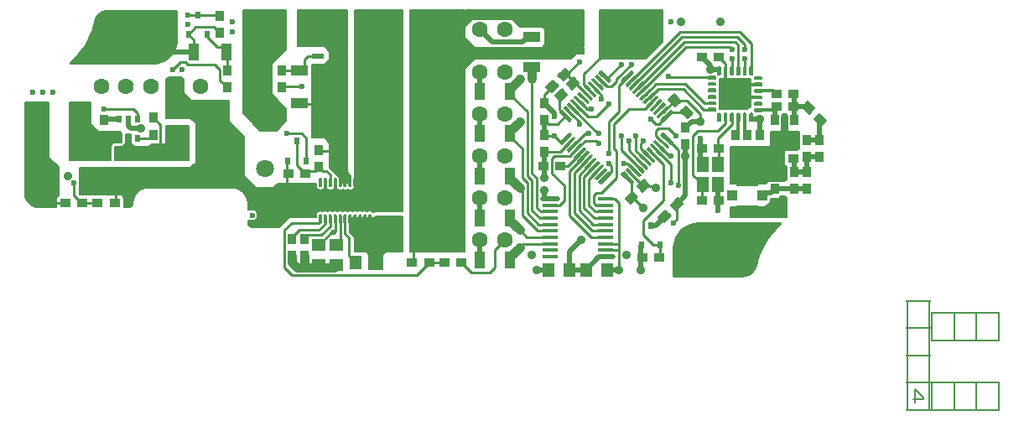
<source format=gbl>
G04 BAE OUTPUT*
%MOIN*%
%ADD10C,0.00500*%
%ADD11C,0.00787*%
%ADD12R,0.00787X0.05904*%
%ADD13R,0.00787X0.05906*%
%ADD14R,0.00787X0.06299*%
%ADD15R,0.00787X0.10236*%
%ADD16C,0.00984*%
%ADD17R,0.00984X0.09843*%
%ADD18R,0.00984X0.11811*%
%ADD19R,0.00984X0.27559*%
%ADD20R,0.00984X0.44291*%
%ADD21C,0.00985*%
%ADD22R,0.00985X0.09843*%
%ADD23R,0.00985X0.11811*%
%ADD24R,0.00985X0.27559*%
%ADD25R,0.00985X0.44291*%
%ADD26R,0.01102X0.05904*%
%ADD27R,0.01102X0.05906*%
%ADD28C,0.01181*%
%ADD29R,0.01181X0.06102*%
%ADD30R,0.01181X0.11811*%
%ADD31C,0.01575*%
%ADD32R,0.01575X0.02362*%
%ADD33R,0.01575X0.05906*%
%ADD34R,0.01575X0.18898*%
%ADD35R,0.01575X0.23228*%
%ADD36C,0.01576*%
%ADD37R,0.01576X0.02362*%
%ADD38R,0.01576X0.05904*%
%ADD39R,0.01576X0.18898*%
%ADD40R,0.01576X0.23228*%
%ADD41R,0.01693X0.06496*%
%ADD42R,0.01772X0.06693*%
%ADD43C,0.01969*%
%ADD44R,0.01969X0.02362*%
%ADD45R,0.02164X0.06496*%
%ADD46R,0.02165X0.06496*%
%ADD47R,0.02362X0.01575*%
%ADD48R,0.02362X0.01576*%
%ADD49R,0.02362X0.01969*%
%ADD50C,0.02362*%
%ADD51R,0.02362X0.02362*%
%ADD52R,0.02362X0.02755*%
%ADD53R,0.02362X0.02756*%
%ADD54R,0.02362X0.05118*%
%ADD55R,0.02362X0.06102*%
%ADD56R,0.02520X0.02520*%
%ADD57R,0.02755X0.02362*%
%ADD58R,0.02756X0.02362*%
%ADD59R,0.02953X0.03346*%
%ADD60R,0.02953X0.05709*%
%ADD61R,0.02953X0.06693*%
%ADD62R,0.03150X0.05904*%
%ADD63R,0.03150X0.05906*%
%ADD64R,0.03346X0.02953*%
%ADD65C,0.03543*%
%ADD66R,0.03543X0.04331*%
%ADD67R,0.03543X0.04724*%
%ADD68R,0.03543X0.04725*%
%ADD69R,0.03543X0.05904*%
%ADD70R,0.03543X0.05906*%
%ADD71R,0.03543X0.06299*%
%ADD72R,0.03740X0.06496*%
%ADD73C,0.03937*%
%ADD74R,0.03937X0.04134*%
%ADD75R,0.03937X0.06693*%
%ADD76R,0.03937X0.11811*%
%ADD77R,0.04134X0.03937*%
%ADD78R,0.04134X0.04921*%
%ADD79R,0.04134X0.05315*%
%ADD80R,0.04134X0.05316*%
%ADD81R,0.04134X0.08661*%
%ADD82R,0.04331X0.03543*%
%ADD83R,0.04331X0.06693*%
%ADD84R,0.04331X0.10236*%
%ADD85R,0.04528X0.04724*%
%ADD86R,0.04528X0.04725*%
%ADD87R,0.04528X0.07283*%
%ADD88R,0.04528X0.12402*%
%ADD89R,0.04724X0.03543*%
%ADD90R,0.04724X0.04528*%
%ADD91R,0.04724X0.05512*%
%ADD92R,0.04724X0.05906*%
%ADD93R,0.04724X0.07087*%
%ADD94R,0.04724X0.09252*%
%ADD95R,0.04725X0.03543*%
%ADD96R,0.04725X0.04528*%
%ADD97R,0.04725X0.05512*%
%ADD98R,0.04725X0.05904*%
%ADD99R,0.04725X0.07087*%
%ADD100R,0.04725X0.09252*%
%ADD101R,0.04921X0.04134*%
%ADD102R,0.04921X0.07283*%
%ADD103R,0.04921X0.10827*%
%ADD104R,0.05118X0.02362*%
%ADD105R,0.05315X0.04134*%
%ADD106R,0.05315X0.06102*%
%ADD107R,0.05315X0.06496*%
%ADD108R,0.05315X0.07677*%
%ADD109R,0.05316X0.04134*%
%ADD110R,0.05316X0.06102*%
%ADD111R,0.05316X0.06496*%
%ADD112R,0.05316X0.07677*%
%ADD113R,0.05512X0.04724*%
%ADD114R,0.05512X0.04725*%
%ADD115R,0.05709X0.02953*%
%ADD116R,0.05709X0.07874*%
%ADD117R,0.05709X0.07875*%
%ADD118R,0.05904X0.00787*%
%ADD119R,0.05904X0.01102*%
%ADD120R,0.05904X0.01576*%
%ADD121R,0.05904X0.03150*%
%ADD122R,0.05904X0.03543*%
%ADD123R,0.05904X0.04725*%
%ADD124R,0.05904X0.09449*%
%ADD125R,0.05906X0.00787*%
%ADD126R,0.05906X0.01102*%
%ADD127R,0.05906X0.01575*%
%ADD128R,0.05906X0.03150*%
%ADD129R,0.05906X0.03543*%
%ADD130R,0.05906X0.04724*%
%ADD131R,0.05906X0.09449*%
%ADD132R,0.06102X0.01181*%
%ADD133R,0.06102X0.02362*%
%ADD134R,0.06102X0.05315*%
%ADD135R,0.06102X0.05316*%
%ADD136R,0.06299X0.00787*%
%ADD137R,0.06299X0.03543*%
%ADD138C,0.06299*%
%ADD139R,0.06299X0.08268*%
%ADD140R,0.06299X0.08465*%
%ADD141R,0.06299X0.08466*%
%ADD142R,0.06299X0.13780*%
%ADD143R,0.06496X0.01693*%
%ADD144R,0.06496X0.02164*%
%ADD145R,0.06496X0.02165*%
%ADD146R,0.06496X0.03740*%
%ADD147R,0.06496X0.05315*%
%ADD148R,0.06496X0.05316*%
%ADD149R,0.06693X0.01772*%
%ADD150R,0.06693X0.02953*%
%ADD151R,0.06693X0.03937*%
%ADD152R,0.06693X0.04331*%
%ADD153R,0.06890X0.08858*%
%ADD154R,0.06890X0.14370*%
%ADD155R,0.07087X0.04724*%
%ADD156R,0.07087X0.04725*%
%ADD157C,0.07087*%
%ADD158R,0.07283X0.04528*%
%ADD159R,0.07283X0.04921*%
%ADD160R,0.07283X0.08661*%
%ADD161C,0.07480*%
%ADD162R,0.07677X0.05315*%
%ADD163R,0.07677X0.05316*%
%ADD164C,0.07677*%
%ADD165R,0.07874X0.05709*%
%ADD166R,0.07874X0.23622*%
%ADD167R,0.07875X0.05709*%
%ADD168R,0.07875X0.23622*%
%ADD169R,0.08268X0.06299*%
%ADD170C,0.08268*%
%ADD171R,0.08465X0.06299*%
%ADD172R,0.08465X0.24213*%
%ADD173R,0.08466X0.06299*%
%ADD174R,0.08466X0.24213*%
%ADD175R,0.08661X0.04134*%
%ADD176R,0.08661X0.07283*%
%ADD177R,0.08858X0.06890*%
%ADD178C,0.09054*%
%ADD179C,0.09055*%
%ADD180R,0.09252X0.04724*%
%ADD181R,0.09252X0.04725*%
%ADD182R,0.09449X0.05904*%
%ADD183R,0.09449X0.05906*%
%ADD184C,0.09449*%
%ADD185R,0.09843X0.00984*%
%ADD186R,0.09843X0.00985*%
%ADD187R,0.09843X0.12992*%
%ADD188R,0.10236X0.00787*%
%ADD189R,0.10236X0.04331*%
%ADD190R,0.10433X0.13583*%
%ADD191R,0.10827X0.04921*%
%ADD192R,0.11811X0.00984*%
%ADD193R,0.11811X0.00985*%
%ADD194R,0.11811X0.01181*%
%ADD195R,0.11811X0.03937*%
%ADD196R,0.12402X0.04528*%
%ADD197C,0.12598*%
%ADD198R,0.12992X0.09843*%
%ADD199R,0.13583X0.10433*%
%ADD200R,0.13780X0.06299*%
%ADD201R,0.14370X0.06890*%
%ADD202R,0.16142X0.18898*%
%ADD203R,0.16732X0.19488*%
%ADD204C,0.17717*%
%ADD205R,0.18898X0.01575*%
%ADD206R,0.18898X0.01576*%
%ADD207R,0.18898X0.16142*%
%ADD208R,0.19488X0.16732*%
%ADD209R,0.23228X0.01575*%
%ADD210R,0.23228X0.01576*%
%ADD211R,0.23622X0.07874*%
%ADD212R,0.23622X0.07875*%
%ADD213R,0.24213X0.08465*%
%ADD214R,0.24213X0.08466*%
%ADD215R,0.27559X0.00984*%
%ADD216R,0.27559X0.00985*%
%ADD217R,0.44291X0.00984*%
%ADD218R,0.44291X0.00985*%
%FSLAX34Y34*%
%MOMM*%
G01*
X0Y0D02*
G54D10*
X1013661Y436198D02*
X1006781Y429318D01*
X1012247Y423852*
X1019127Y430732*
X1013661Y436198*
X1025682Y448219D02*
X1018802Y441339D01*
X1024268Y435873*
X1031148Y442753*
X1025682Y448219*
X1142663Y415303D02*
X1135782Y422183D01*
X1130317Y416718*
X1137197Y409837*
X1142663Y415303*
X1154684Y403282D02*
X1147803Y410163D01*
X1142337Y404697*
X1149218Y397817*
X1154684Y403282*
X1104053Y323587D02*
X1110933Y330468D01*
X1105468Y335933*
X1098587Y329053*
X1104053Y323587*
X1092033Y311567D02*
X1098913Y318447D01*
X1093447Y323913*
X1086566Y317032*
X1092033Y311567*
X1277663Y407803D02*
X1270783Y414683D01*
X1265317Y409218*
X1272197Y402337*
X1277663Y407803*
X1289684Y395782D02*
X1282803Y402663D01*
X1277337Y397197*
X1284218Y390317*
X1289684Y395782*
X1030230Y394350D02*
X1032160Y396281D01*
X1022452Y405989*
X1020521Y404059*
X1030230Y394350*
X1062898Y427019D02*
X1063980Y428100D01*
X1054272Y437809*
X1053190Y436727*
X1062898Y427019*
X1066434Y430554D02*
X1067516Y431636D01*
X1057807Y441345*
X1056725Y440263*
X1066434Y430554*
X1069969Y434090D02*
X1071900Y436020D01*
X1062191Y445729*
X1060261Y443798*
X1069969Y434090*
X1083100Y436020D02*
X1085031Y434090D01*
X1094739Y443798*
X1092809Y445729*
X1083100Y436020*
X1087484Y431636D02*
X1088566Y430554D01*
X1098275Y440263*
X1097193Y441345*
X1087484Y431636*
X1091020Y428100D02*
X1092102Y427019D01*
X1101810Y436727*
X1100728Y437809*
X1091020Y428100*
X1094555Y424565D02*
X1095637Y423483D01*
X1105346Y433192*
X1104264Y434274*
X1094555Y424565*
X1098091Y421029D02*
X1099173Y419948D01*
X1108881Y429656*
X1107800Y430738*
X1098091Y421029*
X1101626Y417494D02*
X1102708Y416412D01*
X1112417Y426121*
X1111335Y427202*
X1101626Y417494*
X1105162Y413958D02*
X1106244Y412876D01*
X1115953Y422585*
X1114871Y423667*
X1105162Y413958*
X1034614Y398734D02*
X1035696Y399816D01*
X1025987Y409525*
X1024905Y408443*
X1034614Y398734*
X1108698Y410423D02*
X1109779Y409341D01*
X1119488Y419050*
X1118406Y420131*
X1108698Y410423*
X1112233Y406887D02*
X1113315Y405805D01*
X1123024Y415514*
X1121942Y416596*
X1112233Y406887*
X1115769Y403352D02*
X1116851Y402270D01*
X1126559Y411978*
X1125477Y413060*
X1115769Y403352*
X1119304Y399816D02*
X1120386Y398734D01*
X1130095Y408443*
X1129013Y409525*
X1119304Y399816*
X1122840Y396281D02*
X1124770Y394350D01*
X1134479Y404059*
X1132548Y405989*
X1122840Y396281*
X1124770Y383150D02*
X1122840Y381219D01*
X1132548Y371511*
X1134479Y373441*
X1124770Y383150*
X1120386Y378766D02*
X1119304Y377684D01*
X1129013Y367975*
X1130095Y369057*
X1120386Y378766*
X1116851Y375230D02*
X1115769Y374148D01*
X1125477Y364440*
X1126559Y365522*
X1116851Y375230*
X1113315Y371695D02*
X1112233Y370613D01*
X1121942Y360904*
X1123024Y361986*
X1113315Y371695*
X1109779Y368159D02*
X1108698Y367077D01*
X1118406Y357369*
X1119488Y358450*
X1109779Y368159*
X1038150Y402270D02*
X1039231Y403352D01*
X1029523Y413060*
X1028441Y411978*
X1038150Y402270*
X1106244Y364624D02*
X1105162Y363542D01*
X1114871Y353833*
X1115953Y354915*
X1106244Y364624*
X1102708Y361088D02*
X1101626Y360006D01*
X1111335Y350298*
X1112417Y351379*
X1102708Y361088*
X1099173Y357552D02*
X1098091Y356471D01*
X1107800Y346762*
X1108881Y347844*
X1099173Y357552*
X1095637Y354017D02*
X1094555Y352935D01*
X1104264Y343226*
X1105346Y344308*
X1095637Y354017*
X1092102Y350481D02*
X1091020Y349400D01*
X1100729Y339691*
X1101810Y340773*
X1092102Y350481*
X1088566Y346946D02*
X1087484Y345864D01*
X1097193Y336155*
X1098275Y337237*
X1088566Y346946*
X1085031Y343410D02*
X1083100Y341480D01*
X1092809Y331771*
X1094739Y333702*
X1085031Y343410*
X1071900Y341480D02*
X1069969Y343410D01*
X1060261Y333702*
X1062191Y331771*
X1071900Y341480*
X1067516Y345864D02*
X1066434Y346946D01*
X1056725Y337237*
X1057807Y336155*
X1067516Y345864*
X1063980Y349400D02*
X1062898Y350481D01*
X1053190Y340773*
X1054272Y339691*
X1063980Y349400*
X1041685Y405805D02*
X1042767Y406887D01*
X1033058Y416596*
X1031976Y415514*
X1041685Y405805*
X1060445Y352935D02*
X1059363Y354017D01*
X1049654Y344308*
X1050736Y343226*
X1060445Y352935*
X1056909Y356471D02*
X1055827Y357552D01*
X1046119Y347844*
X1047200Y346762*
X1056909Y356471*
X1053374Y360006D02*
X1052292Y361088D01*
X1042583Y351379*
X1043665Y350298*
X1053374Y360006*
X1049838Y363542D02*
X1048756Y364624D01*
X1039048Y354915*
X1040129Y353833*
X1049838Y363542*
X1046302Y367077D02*
X1045221Y368159D01*
X1035512Y358450*
X1036594Y357369*
X1046302Y367077*
X1042767Y370613D02*
X1041685Y371695D01*
X1031976Y361986*
X1033058Y360904*
X1042767Y370613*
X1039231Y374148D02*
X1038150Y375230D01*
X1028441Y365522*
X1029523Y364440*
X1039231Y374148*
X1035696Y377684D02*
X1034614Y378766D01*
X1024905Y369057*
X1025987Y367975*
X1035696Y377684*
X1032160Y381219D02*
X1030230Y383150D01*
X1020521Y373441*
X1022452Y371511*
X1032160Y381219*
X1045221Y409341D02*
X1046302Y410423D01*
X1036594Y420131*
X1035512Y419050*
X1045221Y409341*
X1048756Y412876D02*
X1049838Y413958D01*
X1040129Y423667*
X1039048Y422585*
X1048756Y412876*
X1052292Y416412D02*
X1053374Y417494D01*
X1043665Y427202*
X1042583Y426121*
X1052292Y416412*
X1055827Y419948D02*
X1056909Y421029D01*
X1047200Y430738*
X1046119Y429656*
X1055827Y419948*
X1059363Y423483D02*
X1060445Y424565D01*
X1050736Y434274*
X1049654Y433192*
X1059363Y423483*
X1212635Y395635D02*
X1214865D01*
Y401750*
X1214844Y401968*
X1214780Y402177*
X1214677Y402370*
X1214539Y402539*
X1214370Y402677*
X1214177Y402780*
X1213968Y402844*
X1213750Y402865*
X1213533Y402844*
X1213323Y402780*
X1213131Y402677*
X1212962Y402539*
X1212823Y402370*
X1212720Y402177*
X1212656Y401968*
X1212635Y401750*
Y395635*
X1170635Y427365D02*
Y425135D01*
X1176750*
X1176968Y425156*
X1177177Y425220*
X1177369Y425323*
X1177538Y425462*
X1177677Y425631*
X1177780Y425823*
X1177844Y426033*
X1177865Y426250*
X1177844Y426468*
X1177780Y426677*
X1177677Y426869*
X1177538Y427038*
X1177369Y427177*
X1177177Y427280*
X1176968Y427344*
X1176750Y427365*
X1170635*
X1170635Y433865D02*
Y431635D01*
X1176750*
X1176968Y431656*
X1177177Y431720*
X1177369Y431823*
X1177538Y431962*
X1177677Y432131*
X1177780Y432323*
X1177844Y432533*
X1177865Y432750*
X1177844Y432968*
X1177780Y433177*
X1177677Y433370*
X1177538Y433539*
X1177369Y433677*
X1177177Y433780*
X1176968Y433844*
X1176750Y433865*
X1170635*
X1170635Y440365D02*
Y438135D01*
X1176750*
X1176968Y438157*
X1177177Y438220*
X1177369Y438323*
X1177538Y438462*
X1177677Y438631*
X1177780Y438823*
X1177844Y439033*
X1177865Y439250*
X1177844Y439468*
X1177780Y439677*
X1177677Y439870*
X1177538Y440038*
X1177369Y440177*
X1177177Y440280*
X1176968Y440344*
X1176750Y440365*
X1170635*
X1182365Y449365D02*
X1180135D01*
Y443250*
X1180156Y443033*
X1180220Y442823*
X1180323Y442631*
X1180462Y442462*
X1180631Y442323*
X1180823Y442220*
X1181033Y442156*
X1181250Y442135*
X1181468Y442156*
X1181677Y442220*
X1181870Y442323*
X1182039Y442462*
X1182177Y442631*
X1182280Y442823*
X1182344Y443033*
X1182365Y443250*
Y449365*
X1188865Y449365D02*
X1186635D01*
Y443250*
X1186656Y443033*
X1186720Y442823*
X1186823Y442631*
X1186962Y442462*
X1187131Y442323*
X1187323Y442220*
X1187533Y442156*
X1187750Y442135*
X1187968Y442156*
X1188177Y442220*
X1188370Y442323*
X1188539Y442462*
X1188677Y442631*
X1188780Y442823*
X1188844Y443033*
X1188865Y443250*
Y449365*
X1195365Y449365D02*
X1193135D01*
Y443250*
X1193156Y443033*
X1193220Y442823*
X1193323Y442631*
X1193462Y442462*
X1193631Y442323*
X1193823Y442220*
X1194033Y442156*
X1194250Y442135*
X1194468Y442156*
X1194677Y442220*
X1194870Y442323*
X1195039Y442462*
X1195177Y442631*
X1195280Y442823*
X1195344Y443033*
X1195365Y443250*
Y449365*
X1201865Y449365D02*
X1199635D01*
Y443250*
X1199656Y443033*
X1199720Y442823*
X1199823Y442631*
X1199962Y442462*
X1200131Y442323*
X1200323Y442220*
X1200533Y442156*
X1200750Y442135*
X1200968Y442156*
X1201177Y442220*
X1201370Y442323*
X1201539Y442462*
X1201677Y442631*
X1201780Y442823*
X1201844Y443033*
X1201865Y443250*
Y449365*
X1208365Y449365D02*
X1206135D01*
Y443250*
X1206156Y443033*
X1206220Y442823*
X1206323Y442631*
X1206462Y442462*
X1206631Y442323*
X1206823Y442220*
X1207033Y442156*
X1207250Y442135*
X1207468Y442156*
X1207677Y442220*
X1207870Y442323*
X1208039Y442462*
X1208177Y442631*
X1208280Y442823*
X1208344Y443033*
X1208365Y443250*
Y449365*
X1214865Y449365D02*
X1212635D01*
Y443250*
X1212656Y443033*
X1212720Y442823*
X1212823Y442631*
X1212962Y442462*
X1213131Y442323*
X1213323Y442220*
X1213533Y442156*
X1213750Y442135*
X1213968Y442156*
X1214177Y442220*
X1214370Y442323*
X1214539Y442462*
X1214677Y442631*
X1214780Y442823*
X1214844Y443033*
X1214865Y443250*
Y449365*
X1224365Y437635D02*
Y439865D01*
X1218250*
X1218033Y439844*
X1217823Y439780*
X1217631Y439677*
X1217462Y439538*
X1217323Y439370*
X1217220Y439177*
X1217156Y438968*
X1217135Y438750*
X1217156Y438533*
X1217220Y438323*
X1217323Y438131*
X1217462Y437962*
X1217631Y437823*
X1217823Y437720*
X1218033Y437657*
X1218250Y437635*
X1224365*
X1206135Y395635D02*
X1208365D01*
Y401750*
X1208344Y401968*
X1208280Y402177*
X1208177Y402370*
X1208039Y402539*
X1207870Y402677*
X1207677Y402780*
X1207468Y402844*
X1207250Y402865*
X1207033Y402844*
X1206823Y402780*
X1206631Y402677*
X1206462Y402539*
X1206323Y402370*
X1206220Y402177*
X1206156Y401968*
X1206135Y401750*
Y395635*
X1224365Y431135D02*
Y433365D01*
X1218250*
X1218033Y433344*
X1217823Y433280*
X1217631Y433177*
X1217462Y433038*
X1217323Y432870*
X1217220Y432677*
X1217156Y432468*
X1217135Y432250*
X1217156Y432033*
X1217220Y431823*
X1217323Y431631*
X1217462Y431462*
X1217631Y431323*
X1217823Y431220*
X1218033Y431157*
X1218250Y431135*
X1224365*
X1224365Y424635D02*
Y426865D01*
X1218250*
X1218033Y426844*
X1217823Y426780*
X1217631Y426677*
X1217462Y426538*
X1217323Y426370*
X1217220Y426177*
X1217156Y425968*
X1217135Y425750*
X1217156Y425533*
X1217220Y425323*
X1217323Y425131*
X1217462Y424962*
X1217631Y424823*
X1217823Y424720*
X1218033Y424657*
X1218250Y424635*
X1224365*
X1224365Y418135D02*
Y420365D01*
X1218250*
X1218033Y420344*
X1217823Y420280*
X1217631Y420177*
X1217462Y420038*
X1217323Y419870*
X1217220Y419677*
X1217156Y419468*
X1217135Y419250*
X1217156Y419033*
X1217220Y418823*
X1217323Y418631*
X1217462Y418462*
X1217631Y418323*
X1217823Y418220*
X1218033Y418156*
X1218250Y418135*
X1224365*
X1224365Y411635D02*
Y413865D01*
X1218250*
X1218033Y413844*
X1217823Y413780*
X1217631Y413677*
X1217462Y413538*
X1217323Y413370*
X1217220Y413177*
X1217156Y412968*
X1217135Y412750*
X1217156Y412533*
X1217220Y412323*
X1217323Y412131*
X1217462Y411962*
X1217631Y411823*
X1217823Y411720*
X1218033Y411657*
X1218250Y411635*
X1224365*
X1224365Y405135D02*
Y407365D01*
X1218250*
X1218033Y407344*
X1217823Y407280*
X1217631Y407177*
X1217462Y407038*
X1217323Y406870*
X1217220Y406677*
X1217156Y406468*
X1217135Y406250*
X1217156Y406033*
X1217220Y405823*
X1217323Y405631*
X1217462Y405462*
X1217631Y405323*
X1217823Y405220*
X1218033Y405157*
X1218250Y405135*
X1224365*
X1199635Y395635D02*
X1201865D01*
Y401750*
X1201844Y401968*
X1201780Y402177*
X1201677Y402370*
X1201539Y402539*
X1201370Y402677*
X1201177Y402780*
X1200968Y402844*
X1200750Y402865*
X1200533Y402844*
X1200323Y402780*
X1200131Y402677*
X1199962Y402539*
X1199823Y402370*
X1199720Y402177*
X1199656Y401968*
X1199635Y401750*
Y395635*
X1193135Y395635D02*
X1195365D01*
Y401750*
X1195344Y401968*
X1195280Y402177*
X1195177Y402370*
X1195039Y402539*
X1194870Y402677*
X1194677Y402780*
X1194468Y402844*
X1194250Y402865*
X1194033Y402844*
X1193823Y402780*
X1193631Y402677*
X1193462Y402539*
X1193323Y402370*
X1193220Y402177*
X1193156Y401968*
X1193135Y401750*
Y395635*
X1186635Y395635D02*
X1188865D01*
Y401750*
X1188844Y401968*
X1188780Y402177*
X1188677Y402369*
X1188538Y402538*
X1188370Y402677*
X1188177Y402780*
X1187968Y402844*
X1187750Y402865*
X1187533Y402844*
X1187323Y402780*
X1187131Y402677*
X1186962Y402538*
X1186823Y402369*
X1186720Y402177*
X1186657Y401968*
X1186635Y401750*
Y395635*
X1180135Y395635D02*
X1182365D01*
Y401750*
X1182344Y401968*
X1182280Y402177*
X1182177Y402369*
X1182038Y402538*
X1181870Y402677*
X1181677Y402780*
X1181468Y402844*
X1181250Y402865*
X1181033Y402844*
X1180823Y402780*
X1180631Y402677*
X1180462Y402538*
X1180323Y402369*
X1180220Y402177*
X1180157Y401968*
X1180135Y401750*
Y395635*
X1170635Y407865D02*
Y405635D01*
X1176750*
X1176968Y405656*
X1177177Y405720*
X1177369Y405823*
X1177538Y405962*
X1177677Y406131*
X1177780Y406323*
X1177844Y406533*
X1177865Y406750*
X1177844Y406968*
X1177780Y407177*
X1177677Y407370*
X1177538Y407539*
X1177369Y407677*
X1177177Y407780*
X1176968Y407844*
X1176750Y407865*
X1170635*
X1170635Y414365D02*
Y412135D01*
X1176750*
X1176968Y412157*
X1177177Y412220*
X1177369Y412323*
X1177538Y412462*
X1177677Y412631*
X1177780Y412823*
X1177844Y413033*
X1177865Y413250*
X1177844Y413468*
X1177780Y413677*
X1177677Y413870*
X1177538Y414038*
X1177369Y414177*
X1177177Y414280*
X1176968Y414344*
X1176750Y414365*
X1170635*
X1170635Y420865D02*
Y418635D01*
X1176750*
X1176968Y418656*
X1177177Y418720*
X1177369Y418823*
X1177538Y418962*
X1177677Y419131*
X1177780Y419323*
X1177844Y419533*
X1177865Y419750*
X1177844Y419968*
X1177780Y420177*
X1177677Y420370*
X1177538Y420538*
X1177369Y420677*
X1177177Y420780*
X1176968Y420844*
X1176750Y420865*
X1170635*
X1212865Y410263D02*
Y437865D01*
X1182135*
Y407135*
X1209737*
X1212865Y410263*
X827885Y293135D02*
X829615D01*
Y299500*
X829598Y299669*
X829549Y299831*
X829469Y299981*
X829362Y300112*
X829231Y300219*
X829081Y300299*
X828919Y300348*
X828750Y300365*
X828581Y300348*
X828419Y300299*
X828269Y300219*
X828138Y300112*
X828031Y299981*
X827951Y299831*
X827902Y299669*
X827885Y299500*
Y293135*
X782885Y293135D02*
X784615D01*
Y299500*
X784598Y299669*
X784549Y299831*
X784469Y299981*
X784362Y300112*
X784231Y300219*
X784081Y300299*
X783919Y300348*
X783750Y300365*
X783581Y300348*
X783419Y300299*
X783269Y300219*
X783138Y300112*
X783031Y299981*
X782951Y299831*
X782902Y299669*
X782885Y299500*
Y293135*
X777885Y293135D02*
X779615D01*
Y299500*
X779598Y299669*
X779549Y299831*
X779469Y299981*
X779362Y300112*
X779231Y300219*
X779081Y300299*
X778919Y300348*
X778750Y300365*
X778581Y300348*
X778419Y300299*
X778269Y300219*
X778138Y300112*
X778031Y299981*
X777951Y299831*
X777902Y299669*
X777885Y299500*
Y293135*
X770385Y308365D02*
Y306635D01*
X776750*
X776919Y306652*
X777081Y306701*
X777231Y306781*
X777362Y306888*
X777469Y307019*
X777549Y307169*
X777598Y307331*
X777615Y307500*
X777598Y307669*
X777549Y307831*
X777469Y307981*
X777362Y308112*
X777231Y308219*
X777081Y308299*
X776919Y308348*
X776750Y308365*
X770385*
X770385Y313365D02*
Y311635D01*
X776750*
X776919Y311652*
X777081Y311701*
X777231Y311781*
X777362Y311888*
X777469Y312019*
X777549Y312169*
X777598Y312331*
X777615Y312500*
X777598Y312669*
X777549Y312831*
X777469Y312981*
X777362Y313112*
X777231Y313219*
X777081Y313299*
X776919Y313348*
X776750Y313365*
X770385*
X770385Y318365D02*
Y316635D01*
X776750*
X776919Y316652*
X777081Y316701*
X777231Y316781*
X777362Y316888*
X777469Y317019*
X777549Y317169*
X777598Y317331*
X777615Y317500*
X777598Y317669*
X777549Y317831*
X777469Y317981*
X777362Y318112*
X777231Y318219*
X777081Y318299*
X776919Y318348*
X776750Y318365*
X770385*
X770385Y323365D02*
Y321635D01*
X776750*
X776919Y321652*
X777081Y321701*
X777231Y321781*
X777362Y321888*
X777469Y322019*
X777549Y322169*
X777598Y322331*
X777615Y322500*
X777598Y322669*
X777549Y322831*
X777469Y322981*
X777362Y323112*
X777231Y323219*
X777081Y323299*
X776919Y323348*
X776750Y323365*
X770385*
X779615Y336865D02*
X777885D01*
Y330500*
X777902Y330331*
X777951Y330169*
X778031Y330019*
X778138Y329888*
X778269Y329781*
X778419Y329701*
X778581Y329652*
X778750Y329635*
X778919Y329652*
X779081Y329701*
X779231Y329781*
X779362Y329888*
X779469Y330019*
X779549Y330169*
X779598Y330331*
X779615Y330500*
Y336865*
X784615Y336865D02*
X782885D01*
Y330500*
X782902Y330331*
X782951Y330169*
X783031Y330019*
X783138Y329888*
X783269Y329781*
X783419Y329701*
X783581Y329652*
X783750Y329635*
X783919Y329652*
X784081Y329701*
X784231Y329781*
X784362Y329888*
X784469Y330019*
X784549Y330169*
X784598Y330331*
X784615Y330500*
Y336865*
X789615Y336865D02*
X787885D01*
Y330500*
X787902Y330331*
X787951Y330169*
X788031Y330019*
X788138Y329888*
X788269Y329781*
X788419Y329701*
X788581Y329652*
X788750Y329635*
X788919Y329652*
X789081Y329701*
X789231Y329781*
X789362Y329888*
X789469Y330019*
X789549Y330169*
X789598Y330331*
X789615Y330500*
Y336865*
X794615Y336865D02*
X792885D01*
Y330500*
X792902Y330331*
X792951Y330169*
X793031Y330019*
X793138Y329888*
X793269Y329781*
X793419Y329701*
X793581Y329652*
X793750Y329635*
X793919Y329652*
X794081Y329701*
X794231Y329781*
X794362Y329888*
X794469Y330019*
X794549Y330169*
X794598Y330331*
X794615Y330500*
Y336865*
X822885Y293135D02*
X824615D01*
Y299500*
X824598Y299669*
X824549Y299831*
X824469Y299981*
X824362Y300112*
X824231Y300219*
X824081Y300299*
X823919Y300348*
X823750Y300365*
X823581Y300348*
X823419Y300299*
X823269Y300219*
X823138Y300112*
X823031Y299981*
X822951Y299831*
X822902Y299669*
X822885Y299500*
Y293135*
X799615Y336865D02*
X797885D01*
Y330500*
X797902Y330331*
X797951Y330169*
X798031Y330019*
X798138Y329888*
X798269Y329781*
X798419Y329701*
X798581Y329652*
X798750Y329635*
X798919Y329652*
X799081Y329701*
X799231Y329781*
X799362Y329888*
X799469Y330019*
X799549Y330169*
X799598Y330331*
X799615Y330500*
Y336865*
X804615Y336865D02*
X802885D01*
Y330500*
X802902Y330331*
X802951Y330169*
X803031Y330019*
X803138Y329888*
X803269Y329781*
X803419Y329701*
X803581Y329652*
X803750Y329635*
X803919Y329652*
X804081Y329701*
X804231Y329781*
X804362Y329888*
X804469Y330019*
X804549Y330169*
X804598Y330331*
X804615Y330500*
Y336865*
X809615Y336865D02*
X807885D01*
Y330500*
X807902Y330331*
X807951Y330169*
X808031Y330019*
X808138Y329888*
X808269Y329781*
X808419Y329701*
X808581Y329652*
X808750Y329635*
X808919Y329652*
X809081Y329701*
X809231Y329781*
X809362Y329888*
X809469Y330019*
X809549Y330169*
X809598Y330331*
X809615Y330500*
Y336865*
X814615Y336865D02*
X812885D01*
Y330500*
X812902Y330331*
X812951Y330169*
X813031Y330019*
X813138Y329888*
X813269Y329781*
X813419Y329701*
X813581Y329652*
X813750Y329635*
X813919Y329652*
X814081Y329701*
X814231Y329781*
X814362Y329888*
X814469Y330019*
X814549Y330169*
X814598Y330331*
X814615Y330500*
Y336865*
X819615Y336865D02*
X817885D01*
Y330500*
X817902Y330331*
X817951Y330169*
X818031Y330019*
X818138Y329888*
X818269Y329781*
X818419Y329701*
X818581Y329652*
X818750Y329635*
X818919Y329652*
X819081Y329701*
X819231Y329781*
X819362Y329888*
X819469Y330019*
X819549Y330169*
X819598Y330331*
X819615Y330500*
Y336865*
X824615Y336865D02*
X822885D01*
Y330500*
X822902Y330331*
X822951Y330169*
X823031Y330019*
X823138Y329888*
X823269Y329781*
X823419Y329701*
X823581Y329652*
X823750Y329635*
X823919Y329652*
X824081Y329701*
X824231Y329781*
X824362Y329888*
X824469Y330019*
X824549Y330169*
X824598Y330331*
X824615Y330500*
Y336865*
X829615Y336865D02*
X827885D01*
Y330500*
X827902Y330331*
X827951Y330169*
X828031Y330019*
X828138Y329888*
X828269Y329781*
X828419Y329701*
X828581Y329652*
X828750Y329635*
X828919Y329652*
X829081Y329701*
X829231Y329781*
X829362Y329888*
X829469Y330019*
X829549Y330169*
X829598Y330331*
X829615Y330500*
Y336865*
X837115Y321635D02*
Y323365D01*
X830750*
X830581Y323348*
X830419Y323299*
X830269Y323219*
X830138Y323112*
X830031Y322981*
X829951Y322831*
X829902Y322669*
X829885Y322500*
X829902Y322331*
X829951Y322169*
X830031Y322019*
X830138Y321888*
X830269Y321781*
X830419Y321701*
X830581Y321652*
X830750Y321635*
X837115*
X837115Y316635D02*
Y318365D01*
X830750*
X830581Y318348*
X830419Y318299*
X830269Y318219*
X830138Y318112*
X830031Y317981*
X829951Y317831*
X829902Y317669*
X829885Y317500*
X829902Y317331*
X829951Y317169*
X830031Y317019*
X830138Y316888*
X830269Y316781*
X830419Y316701*
X830581Y316652*
X830750Y316635*
X837115*
X837115Y311635D02*
Y313365D01*
X830750*
X830581Y313348*
X830419Y313299*
X830269Y313219*
X830138Y313112*
X830031Y312981*
X829951Y312831*
X829902Y312669*
X829885Y312500*
X829902Y312331*
X829951Y312169*
X830031Y312019*
X830138Y311888*
X830269Y311781*
X830419Y311701*
X830581Y311652*
X830750Y311635*
X837115*
X817885Y293135D02*
X819615D01*
Y299500*
X819598Y299669*
X819549Y299831*
X819469Y299981*
X819362Y300112*
X819231Y300219*
X819081Y300299*
X818919Y300348*
X818750Y300365*
X818581Y300348*
X818419Y300299*
X818269Y300219*
X818138Y300112*
X818031Y299981*
X817951Y299831*
X817902Y299669*
X817885Y299500*
Y293135*
X837115Y306635D02*
Y308365D01*
X830750*
X830581Y308348*
X830419Y308299*
X830269Y308219*
X830138Y308112*
X830031Y307981*
X829951Y307831*
X829902Y307669*
X829885Y307500*
X829902Y307331*
X829951Y307169*
X830031Y307019*
X830138Y306888*
X830269Y306781*
X830419Y306701*
X830581Y306652*
X830750Y306635*
X837115*
X812885Y293135D02*
X814615D01*
Y299500*
X814598Y299669*
X814549Y299831*
X814469Y299981*
X814362Y300112*
X814231Y300219*
X814081Y300299*
X813919Y300348*
X813750Y300365*
X813581Y300348*
X813419Y300299*
X813269Y300219*
X813138Y300112*
X813031Y299981*
X812951Y299831*
X812902Y299669*
X812885Y299500*
Y293135*
X807885Y293135D02*
X809615D01*
Y299500*
X809598Y299669*
X809549Y299831*
X809469Y299981*
X809362Y300112*
X809231Y300219*
X809081Y300299*
X808919Y300348*
X808750Y300365*
X808581Y300348*
X808419Y300299*
X808269Y300219*
X808138Y300112*
X808031Y299981*
X807951Y299831*
X807902Y299669*
X807885Y299500*
Y293135*
X802885Y293135D02*
X804615D01*
Y299500*
X804598Y299669*
X804549Y299831*
X804469Y299981*
X804362Y300112*
X804231Y300219*
X804081Y300299*
X803919Y300348*
X803750Y300365*
X803581Y300348*
X803419Y300299*
X803269Y300219*
X803138Y300112*
X803031Y299981*
X802951Y299831*
X802902Y299669*
X802885Y299500*
Y293135*
X797885Y293135D02*
X799615D01*
Y299500*
X799598Y299669*
X799549Y299831*
X799469Y299981*
X799362Y300112*
X799231Y300219*
X799081Y300299*
X798919Y300348*
X798750Y300365*
X798581Y300348*
X798419Y300299*
X798269Y300219*
X798138Y300112*
X798031Y299981*
X797951Y299831*
X797902Y299669*
X797885Y299500*
Y293135*
X792885Y293135D02*
X794615D01*
Y299500*
X794598Y299669*
X794549Y299831*
X794469Y299981*
X794362Y300112*
X794231Y300219*
X794081Y300299*
X793919Y300348*
X793750Y300365*
X793581Y300348*
X793419Y300299*
X793269Y300219*
X793138Y300112*
X793031Y299981*
X792951Y299831*
X792902Y299669*
X792885Y299500*
Y293135*
X787885Y293135D02*
X789615D01*
Y299500*
X789598Y299669*
X789549Y299831*
X789469Y299981*
X789362Y300112*
X789231Y300219*
X789081Y300299*
X788919Y300348*
X788750Y300365*
X788581Y300348*
X788419Y300299*
X788269Y300219*
X788138Y300112*
X788031Y299981*
X787951Y299831*
X787902Y299669*
X787885Y299500*
Y293135*
X826115Y307763D02*
Y325365D01*
X781385*
Y304635*
X822987*
X826115Y307763*
X1127197Y305163D02*
X1120317Y298283D01*
X1125782Y292817*
X1132663Y299697*
X1127197Y305163*
X1139218Y317183D02*
X1132337Y310303D01*
X1137803Y304837*
X1144683Y311718*
X1139218Y317183*
X1033107Y427034D02*
X1039987Y433914D01*
X1034521Y439380*
X1027641Y432500*
X1033107Y427034*
X1021086Y415013D02*
X1027966Y421893D01*
X1022500Y427359*
X1015620Y420479*
X1021086Y415013*
X832763Y296865D02*
X808135D01*
Y282763*
X813135Y277763*
Y263135*
X825263*
X828135Y260263*
Y245635*
X841865*
Y260263*
X844737Y263135*
X861865*
Y299365*
X835263*
X832763Y296865*
X813135Y333135D02*
X833135D01*
Y306885*
X861865*
Y506865*
X813135*
Y333135*
X869385Y263135D02*
X924365D01*
Y506865*
X869385*
Y263135*
X925635Y491533D02*
X932237Y498135D01*
X972763*
X980263Y490635*
X1002763*
X1005635Y487763*
Y472237*
X1004033Y470635*
X1044365*
Y506865*
X925635*
Y491533*
X755635Y506865D02*
Y470635D01*
X782763*
X788135Y465263*
Y457237*
X782763Y451865*
X770635*
Y378135*
X782763*
X788135Y372763*
Y347763*
X798135Y337763*
Y333135*
X809365*
Y339737*
X805615Y343487*
Y506865*
X755635*
X525635Y414365D02*
Y355635D01*
X566865*
Y370263*
X569737Y373135*
X577737*
X578365Y373763*
Y382237*
X576237Y384365*
X554737*
X546865Y392237*
Y414365*
X525635*
X582635Y372237D02*
X579263Y368865D01*
X571635*
Y355635*
X645615*
Y390615*
X623135*
Y371865*
X608263*
X605263Y368865*
X590737*
X587365Y372237*
Y381865*
X582635*
Y372237*
X1193135Y331885D02*
X1228487D01*
X1230987Y334385*
X1247237*
X1249365Y336513*
Y348487*
X1246865Y350987*
Y365635*
X1259737*
X1261865Y367763*
Y384365*
X1250615*
Y399737*
X1248487Y401865*
X1246513*
X1244385Y399737*
Y384365*
X1233135*
Y369365*
X1193135*
Y331885*
X1193135Y298135D02*
X1249365D01*
Y317237*
X1247237Y319365*
X1244013*
X1241513Y316865*
X1233135*
Y313487*
X1227763Y308115*
X1193135*
Y298135*
X700635Y506865D02*
Y402763D01*
X717763Y385635*
X734737*
X744365Y395263*
Y407237*
X729365Y422237*
Y452763*
X744365Y467763*
Y506865*
X700635*
X925635Y449033D02*
X934737Y458135D01*
X1032237*
X1037237Y463135*
X1044365*
Y469365*
X934737*
X925635Y478467*
Y449033*
X1060635Y458135D02*
X1107237D01*
X1124365Y475263*
Y506865*
X1060635*
Y458135*
X480635Y414365D02*
Y322500D01*
X480911Y319698*
X481729Y317003*
X483056Y314519*
X484842Y312342*
X487019Y310556*
X489503Y309228*
X492198Y308411*
X495000Y308135*
X511865*
Y317763*
X514365Y320263*
Y348487*
X504365Y358487*
Y414365*
X480635*
X638487Y439365D02*
X625263D01*
X623135Y437237*
Y398135*
X647763*
X653135Y392763*
Y328135*
X690000*
X693050Y327835*
X695983Y326945*
X698686Y325500*
X701056Y323556*
X703000Y321186*
X704445Y318483*
X705335Y315550*
X705635Y312500*
Y305635*
X712763*
X715635Y302763*
Y297237*
X712763Y294365*
X705635*
Y292500*
X705719Y291648*
X705967Y290830*
X706371Y290075*
X706914Y289413*
X707575Y288871*
X708330Y288467*
X709148Y288219*
X710000Y288135*
X737237*
X747237Y298135*
X774365*
Y331865*
X735263*
X731513Y328115*
X713487*
X701865Y339737*
Y379737*
X686865Y394737*
Y415615*
X648487*
X640615Y423487*
Y437237*
X638487Y439365*
X535635Y320635D02*
X577763D01*
X580635Y317763*
Y308135*
X585000*
X585852Y308219*
X586670Y308467*
X587425Y308871*
X588087Y309413*
X588629Y310075*
X589033Y310830*
X589281Y311648*
X589365Y312500*
X589665Y315550*
X590555Y318483*
X592000Y321186*
X593944Y323556*
X596314Y325500*
X599017Y326945*
X601950Y327835*
X605000Y328135*
X651865*
Y352217*
X647763Y348115*
X535635*
Y320635*
X526231Y453780D02*
X526182Y453727D01*
X526144Y453666*
X526118Y453599*
X526106Y453528*
X526109Y453456*
X526125Y453385*
X526154Y453320*
X526196Y453261*
X526249Y453212*
X526310Y453173*
X526377Y453148*
X526448Y453136*
X526473Y453135*
X610000*
X613910Y453451*
X617719Y454390*
X621327Y455928*
X624642Y458025*
X627578Y460628*
X630058Y463667*
X632017Y467065*
X633407Y470734*
X634189Y474578*
X634365Y477500*
Y506400*
X634358Y506472*
X634337Y506541*
X634303Y506604*
X634257Y506660*
X634202Y506706*
X634138Y506740*
X634069Y506761*
X633997Y506768*
X565000*
X562217Y506493*
X559540Y505682*
X557073Y504363*
X554911Y502589*
X553137Y500427*
X551818Y497960*
X551072Y495595*
X550124Y491785*
X548985Y488027*
X547659Y484331*
X546147Y480707*
X544456Y477164*
X542588Y473710*
X540548Y470355*
X538342Y467106*
X535975Y463973*
X533453Y460964*
X530783Y458085*
X527971Y455344*
X526231Y453780*
X1135635Y238600D02*
X1135642Y238528D01*
X1135663Y238459*
X1135697Y238396*
X1135743Y238340*
X1135798Y238294*
X1135862Y238260*
X1135931Y238239*
X1136003Y238232*
X1205000*
X1207783Y238507*
X1210460Y239318*
X1212927Y240637*
X1215089Y242411*
X1216863Y244573*
X1218182Y247040*
X1218928Y249405*
X1219876Y253215*
X1221015Y256973*
X1222342Y260669*
X1223853Y264293*
X1225544Y267836*
X1227413Y271290*
X1229452Y274645*
X1231658Y277894*
X1234025Y281027*
X1236547Y284036*
X1239217Y286915*
X1242029Y289656*
X1243769Y291220*
X1243818Y291273*
X1243856Y291334*
X1243882Y291401*
X1243894Y291472*
X1243891Y291544*
X1243875Y291615*
X1243846Y291680*
X1243804Y291739*
X1243751Y291788*
X1243690Y291827*
X1243623Y291852*
X1243552Y291864*
X1243527Y291865*
X1160000*
X1156090Y291549*
X1152281Y290610*
X1148673Y289072*
X1145358Y286975*
X1142422Y284372*
X1139943Y281333*
X1137983Y277935*
X1136593Y274266*
X1135811Y270422*
X1135635Y267500*
Y238600*
X766003Y298135D02*
X773150D01*
X773222Y298142*
X773291Y298163*
X773354Y298197*
X773410Y298243*
X773456Y298298*
X773490Y298362*
X773511Y298431*
X773518Y298503*
Y299500*
X773618Y300521*
X773916Y301502*
X774399Y302407*
X775050Y303200*
X775843Y303851*
X776748Y304334*
X777729Y304632*
X778750Y304732*
X778822Y304739*
X778891Y304760*
X778954Y304794*
X779010Y304840*
X779056Y304896*
X779090Y304959*
X779111Y305028*
X779118Y305100*
X779111Y305172*
X779090Y305241*
X779056Y305304*
X779010Y305360*
X778954Y305406*
X778891Y305440*
X778822Y305461*
X778750Y305468*
X766003*
X765931Y305461*
X765862Y305440*
X765798Y305406*
X765743Y305360*
X765697Y305304*
X765663Y305241*
X765642Y305172*
X765635Y305100*
Y298503*
X765642Y298431*
X765663Y298362*
X765697Y298298*
X765743Y298243*
X765798Y298197*
X765862Y298163*
X765931Y298142*
X766003Y298135*
X832946Y303224D02*
X833562Y303840D01*
X833607Y303896*
X833641Y303959*
X833662Y304028*
X833669Y304100*
X833662Y304172*
X833641Y304241*
X833607Y304304*
X833562Y304360*
X833506Y304406*
X833442Y304440*
X833373Y304461*
X833302Y304468*
X831944*
X831872Y304461*
X831803Y304440*
X831740Y304406*
X831684Y304360*
X831638Y304304*
X831604Y304241*
X831583Y304172*
X831576Y304100*
X831583Y304028*
X831604Y303959*
X831638Y303896*
X831684Y303840*
X831734Y303798*
X832427Y303222*
X832483Y303177*
X832547Y303143*
X832616Y303123*
X832688Y303116*
X832760Y303124*
X832828Y303145*
X832892Y303179*
X832946Y303224*
X832546Y303461D02*
Y304214D01*
X833390Y304029D02*
Y304171D01*
X831944Y303732D02*
X861497D01*
X861569Y303739*
X861638Y303760*
X861702Y303794*
X861757Y303840*
X861803Y303896*
X861837Y303959*
X861858Y304028*
X861865Y304100*
Y305100*
X861858Y305172*
X861837Y305241*
X861803Y305304*
X861757Y305360*
X861702Y305406*
X861638Y305440*
X861569Y305461*
X861497Y305468*
X828750*
X828678Y305461*
X828609Y305440*
X828546Y305406*
X828490Y305360*
X828444Y305304*
X828410Y305241*
X828389Y305172*
X828382Y305100*
X828389Y305028*
X828410Y304959*
X828444Y304896*
X828490Y304840*
X828546Y304794*
X828609Y304760*
X828678Y304739*
X828750Y304732*
X829771Y304632*
X830752Y304334*
X831657Y303851*
X831734Y303798*
X831797Y303763*
X831866Y303741*
X831937Y303732*
X831944*
X781414Y304182D02*
X782372Y304548D01*
X783384Y304720*
X783750Y304732*
X783822Y304739*
X783891Y304760*
X783954Y304794*
X784010Y304840*
X784056Y304896*
X784090Y304959*
X784111Y305028*
X784118Y305100*
X784111Y305172*
X784090Y305241*
X784056Y305304*
X784010Y305360*
X783954Y305406*
X783891Y305440*
X783822Y305461*
X783750Y305468*
X778750*
X778678Y305461*
X778609Y305440*
X778546Y305406*
X778490Y305360*
X778444Y305304*
X778410Y305241*
X778389Y305172*
X778382Y305100*
X778389Y305028*
X778410Y304959*
X778444Y304896*
X778490Y304840*
X778546Y304794*
X778609Y304760*
X778678Y304739*
X778750Y304732*
X779771Y304632*
X780752Y304334*
X781086Y304182*
X781153Y304156*
X781224Y304144*
X781296Y304146*
X781367Y304162*
X781414Y304182*
X786414Y304182D02*
X787372Y304548D01*
X788384Y304720*
X788750Y304732*
X788822Y304739*
X788891Y304760*
X788954Y304794*
X789010Y304840*
X789056Y304896*
X789090Y304959*
X789111Y305028*
X789118Y305100*
X789111Y305172*
X789090Y305241*
X789056Y305304*
X789010Y305360*
X788954Y305406*
X788891Y305440*
X788822Y305461*
X788750Y305468*
X783750*
X783678Y305461*
X783609Y305440*
X783546Y305406*
X783490Y305360*
X783444Y305304*
X783410Y305241*
X783389Y305172*
X783382Y305100*
X783389Y305028*
X783410Y304959*
X783444Y304896*
X783490Y304840*
X783546Y304794*
X783609Y304760*
X783678Y304739*
X783750Y304732*
X784771Y304632*
X785752Y304334*
X786086Y304182*
X786153Y304156*
X786224Y304144*
X786296Y304146*
X786367Y304162*
X786414Y304182*
X791414Y304182D02*
X792372Y304548D01*
X793384Y304720*
X793750Y304732*
X793822Y304739*
X793891Y304760*
X793954Y304794*
X794010Y304840*
X794056Y304896*
X794090Y304959*
X794111Y305028*
X794118Y305100*
X794111Y305172*
X794090Y305241*
X794056Y305304*
X794010Y305360*
X793954Y305406*
X793891Y305440*
X793822Y305461*
X793750Y305468*
X788750*
X788678Y305461*
X788609Y305440*
X788546Y305406*
X788490Y305360*
X788444Y305304*
X788410Y305241*
X788389Y305172*
X788382Y305100*
X788389Y305028*
X788410Y304959*
X788444Y304896*
X788490Y304840*
X788546Y304794*
X788609Y304760*
X788678Y304739*
X788750Y304732*
X789771Y304632*
X790752Y304334*
X791086Y304182*
X791153Y304156*
X791224Y304144*
X791296Y304146*
X791367Y304162*
X791414Y304182*
X796414Y304182D02*
X797372Y304548D01*
X798384Y304720*
X798750Y304732*
X798822Y304739*
X798891Y304760*
X798954Y304794*
X799010Y304840*
X799056Y304896*
X799090Y304959*
X799111Y305028*
X799118Y305100*
X799111Y305172*
X799090Y305241*
X799056Y305304*
X799010Y305360*
X798954Y305406*
X798891Y305440*
X798822Y305461*
X798750Y305468*
X793750*
X793678Y305461*
X793609Y305440*
X793546Y305406*
X793490Y305360*
X793444Y305304*
X793410Y305241*
X793389Y305172*
X793382Y305100*
X793389Y305028*
X793410Y304959*
X793444Y304896*
X793490Y304840*
X793546Y304794*
X793609Y304760*
X793678Y304739*
X793750Y304732*
X794771Y304632*
X795752Y304334*
X796086Y304182*
X796153Y304156*
X796224Y304144*
X796296Y304146*
X796367Y304162*
X796414Y304182*
X801414Y304182D02*
X802372Y304548D01*
X803384Y304720*
X803750Y304732*
X803822Y304739*
X803891Y304760*
X803954Y304794*
X804010Y304840*
X804056Y304896*
X804090Y304959*
X804111Y305028*
X804118Y305100*
X804111Y305172*
X804090Y305241*
X804056Y305304*
X804010Y305360*
X803954Y305406*
X803891Y305440*
X803822Y305461*
X803750Y305468*
X798750*
X798678Y305461*
X798609Y305440*
X798546Y305406*
X798490Y305360*
X798444Y305304*
X798410Y305241*
X798389Y305172*
X798382Y305100*
X798389Y305028*
X798410Y304959*
X798444Y304896*
X798490Y304840*
X798546Y304794*
X798609Y304760*
X798678Y304739*
X798750Y304732*
X799771Y304632*
X800752Y304334*
X801086Y304182*
X801153Y304156*
X801224Y304144*
X801296Y304146*
X801367Y304162*
X801414Y304182*
X806414Y304182D02*
X807372Y304548D01*
X808384Y304720*
X808750Y304732*
X808822Y304739*
X808891Y304760*
X808954Y304794*
X809010Y304840*
X809056Y304896*
X809090Y304959*
X809111Y305028*
X809118Y305100*
X809111Y305172*
X809090Y305241*
X809056Y305304*
X809010Y305360*
X808954Y305406*
X808891Y305440*
X808822Y305461*
X808750Y305468*
X803750*
X803678Y305461*
X803609Y305440*
X803546Y305406*
X803490Y305360*
X803444Y305304*
X803410Y305241*
X803389Y305172*
X803382Y305100*
X803389Y305028*
X803410Y304959*
X803444Y304896*
X803490Y304840*
X803546Y304794*
X803609Y304760*
X803678Y304739*
X803750Y304732*
X804771Y304632*
X805752Y304334*
X806086Y304182*
X806153Y304156*
X806224Y304144*
X806296Y304146*
X806367Y304162*
X806414Y304182*
X811414Y304182D02*
X812372Y304548D01*
X813384Y304720*
X813750Y304732*
X813822Y304739*
X813891Y304760*
X813954Y304794*
X814010Y304840*
X814056Y304896*
X814090Y304959*
X814111Y305028*
X814118Y305100*
X814111Y305172*
X814090Y305241*
X814056Y305304*
X814010Y305360*
X813954Y305406*
X813891Y305440*
X813822Y305461*
X813750Y305468*
X808750*
X808678Y305461*
X808609Y305440*
X808546Y305406*
X808490Y305360*
X808444Y305304*
X808410Y305241*
X808389Y305172*
X808382Y305100*
X808389Y305028*
X808410Y304959*
X808444Y304896*
X808490Y304840*
X808546Y304794*
X808609Y304760*
X808678Y304739*
X808750Y304732*
X809771Y304632*
X810752Y304334*
X811086Y304182*
X811153Y304156*
X811224Y304144*
X811296Y304146*
X811367Y304162*
X811414Y304182*
X816414Y304182D02*
X817372Y304548D01*
X818384Y304720*
X818750Y304732*
X818822Y304739*
X818891Y304760*
X818954Y304794*
X819010Y304840*
X819056Y304896*
X819090Y304959*
X819111Y305028*
X819118Y305100*
X819111Y305172*
X819090Y305241*
X819056Y305304*
X819010Y305360*
X818954Y305406*
X818891Y305440*
X818822Y305461*
X818750Y305468*
X813750*
X813678Y305461*
X813609Y305440*
X813546Y305406*
X813490Y305360*
X813444Y305304*
X813410Y305241*
X813389Y305172*
X813382Y305100*
X813389Y305028*
X813410Y304959*
X813444Y304896*
X813490Y304840*
X813546Y304794*
X813609Y304760*
X813678Y304739*
X813750Y304732*
X814771Y304632*
X815752Y304334*
X816086Y304182*
X816153Y304156*
X816224Y304144*
X816296Y304146*
X816367Y304162*
X816414Y304182*
X821414Y304182D02*
X822372Y304548D01*
X823384Y304719*
X823750Y304732*
X823822Y304739*
X823891Y304760*
X823954Y304794*
X824010Y304840*
X824056Y304896*
X824090Y304959*
X824111Y305028*
X824118Y305100*
X824111Y305172*
X824090Y305241*
X824056Y305304*
X824010Y305360*
X823954Y305406*
X823891Y305440*
X823822Y305461*
X823750Y305468*
X818750*
X818678Y305461*
X818609Y305440*
X818546Y305406*
X818490Y305360*
X818444Y305304*
X818410Y305241*
X818389Y305172*
X818382Y305100*
X818389Y305028*
X818410Y304959*
X818444Y304896*
X818490Y304840*
X818546Y304794*
X818609Y304760*
X818678Y304739*
X818750Y304732*
X819771Y304632*
X820752Y304334*
X821086Y304182*
X821153Y304156*
X821224Y304144*
X821296Y304146*
X821367Y304162*
X821414Y304182*
X826414Y304182D02*
X827372Y304548D01*
X828384Y304720*
X828750Y304732*
X828822Y304739*
X828891Y304760*
X828954Y304794*
X829010Y304840*
X829056Y304896*
X829090Y304959*
X829111Y305028*
X829118Y305100*
X829111Y305172*
X829090Y305241*
X829056Y305304*
X829010Y305360*
X828954Y305406*
X828891Y305440*
X828822Y305461*
X828750Y305468*
X823750*
X823678Y305461*
X823609Y305440*
X823546Y305406*
X823490Y305360*
X823444Y305304*
X823410Y305241*
X823389Y305172*
X823382Y305100*
X823389Y305028*
X823410Y304959*
X823444Y304896*
X823490Y304840*
X823546Y304794*
X823609Y304760*
X823678Y304739*
X823750Y304732*
X824771Y304632*
X825752Y304334*
X826086Y304182*
X826153Y304156*
X826224Y304144*
X826296Y304146*
X826367Y304162*
X826414Y304182*
X766003Y304732D02*
X861497D01*
X861569Y304739*
X861638Y304760*
X861702Y304794*
X861757Y304840*
X861803Y304896*
X861837Y304959*
X861858Y305028*
X861865Y305100*
Y324900*
X861858Y324972*
X861837Y325041*
X861803Y325104*
X861757Y325160*
X861702Y325206*
X861638Y325240*
X861569Y325261*
X861497Y325268*
X766003*
X765931Y325261*
X765862Y325240*
X765798Y325206*
X765743Y325160*
X765697Y325104*
X765663Y325041*
X765642Y324972*
X765635Y324900*
Y305100*
X765642Y305028*
X765663Y304959*
X765697Y304896*
X765743Y304840*
X765798Y304794*
X765862Y304760*
X765931Y304739*
X766003Y304732*
X766003Y324532D02*
X778750D01*
X778822Y324539*
X778891Y324560*
X778954Y324594*
X779010Y324640*
X779056Y324696*
X779090Y324759*
X779111Y324828*
X779118Y324900*
X779111Y324972*
X779090Y325041*
X779056Y325104*
X779010Y325160*
X778954Y325206*
X778891Y325240*
X778822Y325261*
X778750Y325268*
X777729Y325368*
X776748Y325666*
X775843Y326149*
X775050Y326800*
X774399Y327593*
X773916Y328498*
X773618Y329479*
X773518Y330500*
Y331497*
X773511Y331569*
X773490Y331638*
X773456Y331702*
X773410Y331757*
X773354Y331803*
X773291Y331837*
X773222Y331858*
X773150Y331865*
X766003*
X765931Y331858*
X765862Y331837*
X765798Y331803*
X765743Y331757*
X765697Y331702*
X765663Y331638*
X765642Y331569*
X765635Y331497*
Y324900*
X765642Y324828*
X765663Y324759*
X765697Y324696*
X765743Y324640*
X765798Y324594*
X765862Y324560*
X765931Y324539*
X766003Y324532*
X778750Y324532D02*
X788740D01*
X788812Y324539*
X788881Y324560*
X788945Y324594*
X789000Y324640*
X789046Y324696*
X789080Y324759*
X789101Y324828*
X789108Y324900*
X789101Y324972*
X789080Y325041*
X789046Y325104*
X789000Y325160*
X788945Y325206*
X788881Y325240*
X788812Y325261*
X788741Y325268*
X787721Y325370*
X786739Y325669*
X785836Y326154*
X785044Y326806*
X784395Y327600*
X784078Y328144*
X784040Y328204*
X783990Y328257*
X783931Y328298*
X783865Y328327*
X783795Y328343*
X783723Y328345*
X783652Y328332*
X783584Y328306*
X783524Y328268*
X783471Y328218*
X783430Y328159*
X783422Y328144*
X782872Y327277*
X782164Y326535*
X781325Y325945*
X780387Y325530*
X779386Y325306*
X778750Y325268*
X778678Y325261*
X778609Y325240*
X778546Y325206*
X778490Y325160*
X778444Y325104*
X778410Y325041*
X778389Y324972*
X778382Y324900*
X778389Y324828*
X778410Y324759*
X778444Y324696*
X778490Y324640*
X778546Y324594*
X778609Y324560*
X778678Y324539*
X778750Y324532*
X788760Y324532D02*
X798750D01*
X798822Y324539*
X798891Y324560*
X798954Y324594*
X799010Y324640*
X799056Y324696*
X799090Y324759*
X799111Y324828*
X799118Y324900*
X799111Y324972*
X799090Y325041*
X799056Y325104*
X799010Y325160*
X798954Y325206*
X798891Y325240*
X798822Y325261*
X798750Y325268*
X797729Y325368*
X796748Y325666*
X795843Y326149*
X795050Y326800*
X794399Y327593*
X794078Y328144*
X794040Y328204*
X793990Y328257*
X793931Y328298*
X793865Y328327*
X793795Y328343*
X793723Y328345*
X793652Y328332*
X793584Y328306*
X793524Y328268*
X793471Y328218*
X793430Y328159*
X793422Y328144*
X792872Y327277*
X792164Y326535*
X791325Y325945*
X790387Y325530*
X789386Y325306*
X788759Y325268*
X788687Y325260*
X788618Y325239*
X788555Y325205*
X788499Y325160*
X788453Y325104*
X788420Y325040*
X788399Y324971*
X788392Y324899*
X788399Y324828*
X788420Y324759*
X788454Y324695*
X788500Y324640*
X788556Y324594*
X788619Y324560*
X788688Y324539*
X788760Y324532*
X798750Y324532D02*
X803740D01*
X803812Y324539*
X803881Y324560*
X803945Y324594*
X804000Y324640*
X804046Y324696*
X804080Y324759*
X804101Y324828*
X804108Y324900*
X804101Y324972*
X804080Y325041*
X804046Y325104*
X804000Y325160*
X803945Y325206*
X803881Y325240*
X803812Y325261*
X803741Y325268*
X802721Y325370*
X801739Y325669*
X801414Y325818*
X801347Y325844*
X801276Y325856*
X801204Y325854*
X801133Y325838*
X801086Y325818*
X800128Y325452*
X799116Y325280*
X798750Y325268*
X798678Y325261*
X798609Y325240*
X798546Y325206*
X798490Y325160*
X798444Y325104*
X798410Y325041*
X798389Y324972*
X798382Y324900*
X798389Y324828*
X798410Y324759*
X798444Y324696*
X798490Y324640*
X798546Y324594*
X798609Y324560*
X798678Y324539*
X798750Y324532*
X803760Y324532D02*
X808740D01*
X808812Y324539*
X808881Y324560*
X808945Y324594*
X809000Y324640*
X809046Y324696*
X809080Y324759*
X809101Y324828*
X809108Y324900*
X809101Y324972*
X809080Y325041*
X809046Y325104*
X809000Y325160*
X808945Y325206*
X808881Y325240*
X808812Y325261*
X808741Y325268*
X807721Y325370*
X806739Y325669*
X806414Y325818*
X806347Y325844*
X806276Y325856*
X806204Y325854*
X806133Y325838*
X806086Y325818*
X805128Y325452*
X804116Y325280*
X803759Y325268*
X803687Y325260*
X803618Y325239*
X803555Y325205*
X803499Y325160*
X803453Y325104*
X803420Y325040*
X803399Y324971*
X803392Y324899*
X803399Y324828*
X803420Y324759*
X803454Y324695*
X803500Y324640*
X803556Y324594*
X803619Y324560*
X803688Y324539*
X803760Y324532*
X808760Y324532D02*
X861497D01*
X861569Y324539*
X861638Y324560*
X861702Y324594*
X861757Y324640*
X861803Y324696*
X861837Y324759*
X861858Y324828*
X861865Y324900*
Y328400*
X861858Y328472*
X861837Y328541*
X861803Y328604*
X861757Y328660*
X861702Y328706*
X861638Y328740*
X861569Y328761*
X861497Y328768*
X813941*
X813870Y328761*
X813801Y328740*
X813737Y328706*
X813681Y328660*
X813636Y328604*
X813601Y328538*
X813125Y327629*
X812480Y326831*
X811693Y326174*
X810792Y325683*
X809813Y325377*
X808759Y325268*
X808687Y325260*
X808618Y325239*
X808555Y325205*
X808499Y325160*
X808454Y325104*
X808420Y325040*
X808399Y324971*
X808392Y324899*
X808399Y324828*
X808420Y324759*
X808454Y324695*
X808500Y324640*
X808556Y324594*
X808619Y324560*
X808688Y324539*
X808760Y324532*
X813749Y328954D02*
X813732Y328845D01*
Y328400*
X813739Y328328*
X813760Y328259*
X813794Y328196*
X813840Y328140*
X813896Y328094*
X813959Y328060*
X814028Y328039*
X814100Y328032*
X861497*
X861569Y328039*
X861638Y328060*
X861702Y328094*
X861757Y328140*
X861803Y328196*
X861837Y328259*
X861858Y328328*
X861865Y328400*
Y341497*
X861858Y341569*
X861837Y341638*
X861803Y341702*
X861757Y341757*
X861702Y341803*
X861638Y341837*
X861569Y341858*
X861497Y341865*
X814350*
X814278Y341858*
X814209Y341837*
X814146Y341803*
X814090Y341757*
X814044Y341702*
X814010Y341638*
X813989Y341569*
X813982Y341497*
Y330500*
X813882Y329479*
X813749Y328954*
D02*
G54D11*
X1013661Y435300D02*
X1007679Y429318D01*
X1012247Y424750*
X1018229Y430732*
X1013661Y435300*
X1025682Y447321D02*
X1019700Y441339D01*
X1024268Y436771*
X1030250Y442753*
X1025682Y447321*
X1141765Y415303D02*
X1135782Y421285D01*
X1131215Y416718*
X1137197Y410735*
X1141765Y415303*
X1153786Y403282D02*
X1147803Y409265D01*
X1143235Y404697*
X1149218Y398715*
X1153786Y403282*
X1104053Y324485D02*
X1110035Y330468D01*
X1105468Y335035*
X1099485Y329053*
X1104053Y324485*
X1092033Y312465D02*
X1098015Y318447D01*
X1093447Y323015*
X1087465Y317032*
X1092033Y312465*
X1276765Y407803D02*
X1270783Y413785D01*
X1266215Y409218*
X1272197Y403235*
X1276765Y407803*
X1288786Y395782D02*
X1282803Y401765D01*
X1278235Y397197*
X1284218Y391215*
X1288786Y395782*
X1030230Y395248D02*
X1031262Y396281D01*
X1022452Y405091*
X1021419Y404059*
X1030230Y395248*
X1021422Y404056D02*
Y404062D01*
X1022652Y402827D02*
Y404891D01*
X1023881Y401597D02*
Y403662D01*
X1025111Y400367D02*
Y402432D01*
X1026341Y399137D02*
Y401202D01*
X1027571Y397908D02*
Y399972D01*
X1028800Y396678D02*
Y398743D01*
X1030030Y395448D02*
Y397513D01*
X1031260Y396278D02*
Y396283D01*
X1062898Y427917D02*
X1063082Y428100D01*
X1054272Y436911*
X1054088Y436727*
X1062898Y427917*
X1054090Y436725D02*
Y436730D01*
X1055375Y435440D02*
Y435808D01*
X1056659Y434156D02*
Y434524D01*
X1057943Y432872D02*
Y433240D01*
X1059227Y431588D02*
Y431956D01*
X1060511Y430304D02*
Y430671D01*
X1061795Y429020D02*
Y429387D01*
X1063079Y428098D02*
Y428103D01*
X1066434Y431452D02*
X1066618Y431636D01*
X1057807Y440447*
X1057623Y440263*
X1066434Y431452*
X1057626Y440260D02*
Y440265D01*
X1058910Y438976D02*
Y439344D01*
X1060194Y437692D02*
Y438059D01*
X1061478Y436408D02*
Y436775D01*
X1062763Y435123D02*
Y435491D01*
X1064047Y433839D02*
Y434207D01*
X1065331Y432555D02*
Y432923D01*
X1066615Y431633D02*
Y431639D01*
X1069969Y434988D02*
X1071002Y436020D01*
X1062191Y444831*
X1061159Y443798*
X1069969Y434988*
X1061161Y443796D02*
Y443801D01*
X1062391Y442566D02*
Y444631D01*
X1063621Y441336D02*
Y443401D01*
X1064851Y440106D02*
Y442171D01*
X1066080Y438877D02*
Y440942D01*
X1067310Y437647D02*
Y439712D01*
X1068540Y436417D02*
Y438482D01*
X1069769Y435188D02*
Y437252D01*
X1070999Y436017D02*
Y436023D01*
X1083998Y436020D02*
X1085031Y434988D01*
X1093841Y443798*
X1092809Y444831*
X1083998Y436020*
X1084001Y436017D02*
Y436023D01*
X1085231Y435188D02*
Y437252D01*
X1086460Y436417D02*
Y438482D01*
X1087690Y437647D02*
Y439712D01*
X1088920Y438877D02*
Y440942D01*
X1090149Y440107D02*
Y442171D01*
X1091379Y441336D02*
Y443401D01*
X1092609Y442566D02*
Y444631D01*
X1093839Y443796D02*
Y443801D01*
X1088382Y431636D02*
X1088566Y431452D01*
X1097377Y440263*
X1097193Y440447*
X1088382Y431636*
X1088385Y431633D02*
Y431639D01*
X1089669Y432555D02*
Y432923D01*
X1090953Y433839D02*
Y434207D01*
X1092238Y435123D02*
Y435491D01*
X1093522Y436408D02*
Y436775D01*
X1094806Y437692D02*
Y438059D01*
X1096090Y438976D02*
Y439344D01*
X1097374Y440260D02*
Y440265D01*
X1091918Y428101D02*
X1092102Y427917D01*
X1100912Y436727*
X1100728Y436911*
X1091918Y428101*
X1091920Y428098D02*
Y428103D01*
X1093205Y429019D02*
Y429387D01*
X1094489Y430304D02*
Y430672D01*
X1095773Y431588D02*
Y431956D01*
X1097057Y432872D02*
Y433240D01*
X1098341Y434156D02*
Y434524D01*
X1099626Y435440D02*
Y435808D01*
X1100910Y436725D02*
Y436730D01*
X1095453Y424565D02*
X1095637Y424381D01*
X1104448Y433192*
X1104264Y433376*
X1095453Y424565*
X1095456Y424562D02*
Y424568D01*
X1096740Y425484D02*
Y425852D01*
X1098024Y426768D02*
Y427136D01*
X1099309Y428052D02*
Y428420D01*
X1100593Y429337D02*
Y429704D01*
X1101877Y430621D02*
Y430988D01*
X1103161Y431905D02*
Y432273D01*
X1104445Y433189D02*
Y433194D01*
X1098989Y421029D02*
X1099173Y420846D01*
X1107983Y429656*
X1107800Y429840*
X1098989Y421029*
X1098992Y421027D02*
Y421032D01*
X1100276Y421949D02*
Y422316D01*
X1101560Y423233D02*
Y423600D01*
X1102844Y424517D02*
Y424885D01*
X1104128Y425801D02*
Y426169D01*
X1105412Y427085D02*
Y427453D01*
X1106697Y428369D02*
Y428737D01*
X1107981Y429653D02*
Y429659D01*
X1102524Y417494D02*
X1102708Y417310D01*
X1111519Y426121*
X1111335Y426304*
X1102524Y417494*
X1102527Y417491D02*
Y417497D01*
X1103811Y418413D02*
Y418781D01*
X1105095Y419697D02*
Y420065D01*
X1106380Y420981D02*
Y421349D01*
X1107664Y422265D02*
Y422633D01*
X1108948Y423550D02*
Y423917D01*
X1110232Y424834D02*
Y425201D01*
X1111516Y426118D02*
Y426123D01*
X1106060Y413958D02*
X1106244Y413774D01*
X1115055Y422585*
X1114871Y422769*
X1106060Y413958*
X1106063Y413956D02*
Y413961D01*
X1107347Y414877D02*
Y415245D01*
X1108631Y416162D02*
Y416529D01*
X1109915Y417446D02*
Y417814D01*
X1111199Y418730D02*
Y419098D01*
X1112484Y420014D02*
Y420382D01*
X1113768Y421298D02*
Y421666D01*
X1115052Y422582D02*
Y422588D01*
X1034614Y399632D02*
X1034798Y399816D01*
X1025987Y408627*
X1025803Y408443*
X1034614Y399632*
X1025806Y408440D02*
Y408446D01*
X1027090Y407156D02*
Y407524D01*
X1028374Y405872D02*
Y406240D01*
X1029659Y404588D02*
Y404955D01*
X1030943Y403304D02*
Y403671D01*
X1032227Y402019D02*
Y402387D01*
X1033511Y400735D02*
Y401103D01*
X1034795Y399814D02*
Y399819D01*
X1109596Y410423D02*
X1109779Y410239D01*
X1118590Y419050*
X1118406Y419233*
X1109596Y410423*
X1109598Y410420D02*
Y410425D01*
X1110882Y411342D02*
Y411710D01*
X1112167Y412626D02*
Y412994D01*
X1113451Y413910D02*
Y414278D01*
X1114735Y415194D02*
Y415562D01*
X1116019Y416479D02*
Y416846D01*
X1117303Y417763D02*
Y418130D01*
X1118587Y419047D02*
Y419052D01*
X1113131Y406887D02*
X1113315Y406703D01*
X1122126Y415514*
X1121942Y415698*
X1113131Y406887*
X1113134Y406885D02*
Y406890D01*
X1114418Y407806D02*
Y408174D01*
X1115702Y409091D02*
Y409458D01*
X1116986Y410375D02*
Y410742D01*
X1118270Y411659D02*
Y412027D01*
X1119555Y412943D02*
Y413311D01*
X1120839Y414227D02*
Y414595D01*
X1122123Y415511D02*
Y415517D01*
X1116667Y403352D02*
X1116851Y403168D01*
X1125661Y411978*
X1125477Y412162*
X1116667Y403352*
X1116669Y403349D02*
Y403354D01*
X1117953Y404271D02*
Y404639D01*
X1119238Y405555D02*
Y405923D01*
X1120522Y406839D02*
Y407207D01*
X1121806Y408123D02*
Y408491D01*
X1123090Y409407D02*
Y409775D01*
X1124374Y410692D02*
Y411059D01*
X1125658Y411976D02*
Y411981D01*
X1120202Y399816D02*
X1120386Y399632D01*
X1129197Y408443*
X1129013Y408627*
X1120202Y399816*
X1120205Y399814D02*
Y399819D01*
X1121489Y400735D02*
Y401103D01*
X1122773Y402020D02*
Y402387D01*
X1124057Y403304D02*
Y403671D01*
X1125341Y404588D02*
Y404955D01*
X1126626Y405872D02*
Y406240D01*
X1127910Y407156D02*
Y407524D01*
X1129194Y408440D02*
Y408446D01*
X1123738Y396281D02*
X1124770Y395248D01*
X1133581Y404059*
X1132548Y405091*
X1123738Y396281*
X1123740Y396278D02*
Y396283D01*
X1124970Y395448D02*
Y397513D01*
X1126200Y396678D02*
Y398743D01*
X1127430Y397908D02*
Y399972D01*
X1128659Y399137D02*
Y401202D01*
X1129889Y400367D02*
Y402432D01*
X1131119Y401597D02*
Y403662D01*
X1132348Y402827D02*
Y404891D01*
X1133578Y404056D02*
Y404062D01*
X1124770Y382252D02*
X1123738Y381219D01*
X1132548Y372409*
X1133581Y373441*
X1124770Y382252*
X1123740Y381217D02*
Y381222D01*
X1124970Y379987D02*
Y382052D01*
X1126200Y378757D02*
Y380822D01*
X1127430Y377528D02*
Y379592D01*
X1128659Y376298D02*
Y378363D01*
X1129889Y375068D02*
Y377133D01*
X1131119Y373838D02*
Y375903D01*
X1132348Y372609D02*
Y374673D01*
X1133578Y373438D02*
Y373444D01*
X1120386Y377868D02*
X1120202Y377684D01*
X1129013Y368873*
X1129197Y369057*
X1120386Y377868*
X1120205Y377681D02*
Y377686D01*
X1121489Y376397D02*
Y376765D01*
X1122773Y375113D02*
Y375480D01*
X1124057Y373829D02*
Y374196D01*
X1125341Y372544D02*
Y372912D01*
X1126626Y371260D02*
Y371628D01*
X1127910Y369976D02*
Y370344D01*
X1129194Y369054D02*
Y369060D01*
X1116851Y374332D02*
X1116667Y374148D01*
X1125477Y365338*
X1125661Y365522*
X1116851Y374332*
X1116669Y374146D02*
Y374151D01*
X1117953Y372861D02*
Y373229D01*
X1119238Y371577D02*
Y371945D01*
X1120522Y370293D02*
Y370661D01*
X1121806Y369009D02*
Y369377D01*
X1123090Y367725D02*
Y368093D01*
X1124374Y366441D02*
Y366808D01*
X1125658Y365519D02*
Y365524D01*
X1113315Y370797D02*
X1113131Y370613D01*
X1121942Y361802*
X1122126Y361986*
X1113315Y370797*
X1113134Y370610D02*
Y370615D01*
X1114418Y369326D02*
Y369694D01*
X1115702Y368042D02*
Y368409D01*
X1116986Y366758D02*
Y367125D01*
X1118270Y365473D02*
Y365841D01*
X1119555Y364189D02*
Y364557D01*
X1120839Y362905D02*
Y363273D01*
X1122123Y361983D02*
Y361989D01*
X1109779Y367261D02*
X1109596Y367077D01*
X1118406Y358267*
X1118590Y358450*
X1109779Y367261*
X1109598Y367075D02*
Y367080D01*
X1110882Y365790D02*
Y366158D01*
X1112167Y364506D02*
Y364874D01*
X1113451Y363222D02*
Y363590D01*
X1114735Y361938D02*
Y362306D01*
X1116019Y360654D02*
Y361021D01*
X1117303Y359370D02*
Y359737D01*
X1118587Y358448D02*
Y358453D01*
X1038150Y403168D02*
X1038333Y403352D01*
X1029523Y412162*
X1029339Y411978*
X1038150Y403168*
X1029342Y411976D02*
Y411981D01*
X1030626Y410692D02*
Y411059D01*
X1031910Y409407D02*
Y409775D01*
X1033194Y408123D02*
Y408491D01*
X1034478Y406839D02*
Y407207D01*
X1035762Y405555D02*
Y405923D01*
X1037047Y404271D02*
Y404639D01*
X1038331Y403349D02*
Y403354D01*
X1106244Y363726D02*
X1106060Y363542D01*
X1114871Y354731*
X1115055Y354915*
X1106244Y363726*
X1106063Y363539D02*
Y363544D01*
X1107347Y362255D02*
Y362623D01*
X1108631Y360971D02*
Y361338D01*
X1109915Y359686D02*
Y360054D01*
X1111199Y358402D02*
Y358770D01*
X1112484Y357118D02*
Y357486D01*
X1113768Y355834D02*
Y356202D01*
X1115052Y354912D02*
Y354918D01*
X1102708Y360190D02*
X1102524Y360006D01*
X1111335Y351196*
X1111519Y351379*
X1102708Y360190*
X1102527Y360003D02*
Y360009D01*
X1103811Y358719D02*
Y359087D01*
X1105095Y357435D02*
Y357803D01*
X1106380Y356151D02*
Y356519D01*
X1107664Y354867D02*
Y355235D01*
X1108948Y353583D02*
Y353950D01*
X1110232Y352299D02*
Y352666D01*
X1111516Y351377D02*
Y351382D01*
X1099173Y356654D02*
X1098989Y356471D01*
X1107800Y347660*
X1107983Y347844*
X1099173Y356654*
X1098992Y356468D02*
Y356473D01*
X1100276Y355184D02*
Y355551D01*
X1101560Y353900D02*
Y354267D01*
X1102844Y352615D02*
Y352983D01*
X1104128Y351331D02*
Y351699D01*
X1105412Y350047D02*
Y350415D01*
X1106697Y348763D02*
Y349131D01*
X1107981Y347841D02*
Y347846D01*
X1095637Y353119D02*
X1095453Y352935D01*
X1104264Y344124*
X1104448Y344308*
X1095637Y353119*
X1095456Y352932D02*
Y352938D01*
X1096740Y351648D02*
Y352016D01*
X1098024Y350364D02*
Y350732D01*
X1099309Y349080D02*
Y349448D01*
X1100593Y347796D02*
Y348163D01*
X1101877Y346512D02*
Y346879D01*
X1103161Y345227D02*
Y345595D01*
X1104445Y344306D02*
Y344311D01*
X1092102Y349583D02*
X1091918Y349399D01*
X1100729Y340589*
X1100912Y340773*
X1092102Y349583*
X1091920Y349397D02*
Y349402D01*
X1093205Y348113D02*
Y348481D01*
X1094489Y346829D02*
Y347196D01*
X1095773Y345544D02*
Y345912D01*
X1097057Y344260D02*
Y344628D01*
X1098341Y342976D02*
Y343344D01*
X1099626Y341692D02*
Y342060D01*
X1100910Y340770D02*
Y340775D01*
X1088566Y346048D02*
X1088382Y345864D01*
X1097193Y337053*
X1097377Y337237*
X1088566Y346048*
X1088385Y345861D02*
Y345867D01*
X1089669Y344577D02*
Y344945D01*
X1090953Y343293D02*
Y343661D01*
X1092238Y342009D02*
Y342377D01*
X1093522Y340725D02*
Y341092D01*
X1094806Y339441D02*
Y339808D01*
X1096090Y338156D02*
Y338524D01*
X1097374Y337235D02*
Y337240D01*
X1085031Y342512D02*
X1083998Y341480D01*
X1092809Y332669*
X1093841Y333702*
X1085031Y342512*
X1084001Y341477D02*
Y341483D01*
X1085231Y340248D02*
Y342312D01*
X1086460Y339018D02*
Y341083D01*
X1087690Y337788D02*
Y339853D01*
X1088920Y336558D02*
Y338623D01*
X1090149Y335329D02*
Y337393D01*
X1091379Y334099D02*
Y336164D01*
X1092609Y332869D02*
Y334934D01*
X1093839Y333699D02*
Y333704D01*
X1071002Y341480D02*
X1069969Y342512D01*
X1061159Y333702*
X1062191Y332669*
X1071002Y341480*
X1061161Y333699D02*
Y333704D01*
X1062391Y332869D02*
Y334934D01*
X1063621Y334099D02*
Y336164D01*
X1064851Y335329D02*
Y337393D01*
X1066080Y336558D02*
Y338623D01*
X1067310Y337788D02*
Y339853D01*
X1068540Y339018D02*
Y341083D01*
X1069769Y340248D02*
Y342312D01*
X1070999Y341477D02*
Y341483D01*
X1066618Y345864D02*
X1066434Y346048D01*
X1057623Y337237*
X1057807Y337053*
X1066618Y345864*
X1057626Y337235D02*
Y337240D01*
X1058910Y338156D02*
Y338524D01*
X1060194Y339441D02*
Y339808D01*
X1061478Y340725D02*
Y341092D01*
X1062763Y342009D02*
Y342377D01*
X1064047Y343293D02*
Y343661D01*
X1065331Y344577D02*
Y344945D01*
X1066615Y345861D02*
Y345867D01*
X1063082Y349400D02*
X1062898Y349583D01*
X1054088Y340773*
X1054272Y340589*
X1063082Y349400*
X1054090Y340770D02*
Y340775D01*
X1055375Y341692D02*
Y342060D01*
X1056659Y342976D02*
Y343344D01*
X1057943Y344260D02*
Y344628D01*
X1059227Y345544D02*
Y345912D01*
X1060511Y346829D02*
Y347196D01*
X1061795Y348113D02*
Y348480D01*
X1063079Y349397D02*
Y349402D01*
X1041685Y406703D02*
X1041869Y406887D01*
X1033058Y415698*
X1032875Y415514*
X1041685Y406703*
X1032877Y415511D02*
Y415517D01*
X1034161Y414227D02*
Y414595D01*
X1035445Y412943D02*
Y413311D01*
X1036730Y411659D02*
Y412027D01*
X1038014Y410375D02*
Y410742D01*
X1039298Y409091D02*
Y409458D01*
X1040582Y407806D02*
Y408174D01*
X1041866Y406885D02*
Y406890D01*
X1059547Y352935D02*
X1059363Y353119D01*
X1050552Y344308*
X1050736Y344124*
X1059547Y352935*
X1050555Y344306D02*
Y344311D01*
X1051839Y345227D02*
Y345595D01*
X1053123Y346512D02*
Y346879D01*
X1054407Y347796D02*
Y348163D01*
X1055691Y349080D02*
Y349448D01*
X1056976Y350364D02*
Y350732D01*
X1058260Y351648D02*
Y352016D01*
X1059544Y352932D02*
Y352938D01*
X1056011Y356471D02*
X1055827Y356654D01*
X1047017Y347844*
X1047200Y347660*
X1056011Y356471*
X1047019Y347841D02*
Y347846D01*
X1048303Y348763D02*
Y349131D01*
X1049588Y350047D02*
Y350415D01*
X1050872Y351331D02*
Y351699D01*
X1052156Y352615D02*
Y352983D01*
X1053440Y353900D02*
Y354267D01*
X1054724Y355184D02*
Y355551D01*
X1056008Y356468D02*
Y356473D01*
X1052475Y360006D02*
X1052292Y360190D01*
X1043481Y351379*
X1043665Y351196*
X1052475Y360006*
X1043484Y351377D02*
Y351382D01*
X1044768Y352299D02*
Y352666D01*
X1046052Y353583D02*
Y353950D01*
X1047336Y354867D02*
Y355235D01*
X1048620Y356151D02*
Y356519D01*
X1049905Y357435D02*
Y357803D01*
X1051189Y358719D02*
Y359087D01*
X1052473Y360003D02*
Y360009D01*
X1048940Y363542D02*
X1048756Y363725D01*
X1039946Y354915*
X1040129Y354731*
X1048940Y363542*
X1039948Y354912D02*
Y354918D01*
X1041232Y355834D02*
Y356202D01*
X1042517Y357118D02*
Y357486D01*
X1043801Y358402D02*
Y358770D01*
X1045085Y359687D02*
Y360054D01*
X1046369Y360971D02*
Y361338D01*
X1047653Y362255D02*
Y362623D01*
X1048937Y363539D02*
Y363544D01*
X1045404Y367077D02*
X1045221Y367261D01*
X1036410Y358450*
X1036594Y358267*
X1045404Y367077*
X1036413Y358448D02*
Y358453D01*
X1037697Y359370D02*
Y359737D01*
X1038981Y360654D02*
Y361021D01*
X1040265Y361938D02*
Y362306D01*
X1041549Y363222D02*
Y363590D01*
X1042834Y364506D02*
Y364874D01*
X1044118Y365790D02*
Y366158D01*
X1045402Y367075D02*
Y367080D01*
X1041869Y370613D02*
X1041685Y370797D01*
X1032875Y361986*
X1033058Y361802*
X1041869Y370613*
X1032877Y361983D02*
Y361989D01*
X1034161Y362905D02*
Y363273D01*
X1035445Y364189D02*
Y364557D01*
X1036730Y365473D02*
Y365841D01*
X1038014Y366758D02*
Y367125D01*
X1039298Y368042D02*
Y368409D01*
X1040582Y369326D02*
Y369694D01*
X1041866Y370610D02*
Y370615D01*
X1038333Y374148D02*
X1038150Y374332D01*
X1029339Y365522*
X1029523Y365338*
X1038333Y374148*
X1029342Y365519D02*
Y365524D01*
X1030626Y366441D02*
Y366808D01*
X1031910Y367725D02*
Y368092D01*
X1033194Y369009D02*
Y369377D01*
X1034478Y370293D02*
Y370661D01*
X1035762Y371577D02*
Y371945D01*
X1037047Y372861D02*
Y373229D01*
X1038331Y374146D02*
Y374151D01*
X1034798Y377684D02*
X1034614Y377868D01*
X1025803Y369057*
X1025987Y368873*
X1034798Y377684*
X1025806Y369054D02*
Y369060D01*
X1027090Y369976D02*
Y370344D01*
X1028374Y371260D02*
Y371628D01*
X1029659Y372544D02*
Y372912D01*
X1030943Y373829D02*
Y374196D01*
X1032227Y375113D02*
Y375481D01*
X1033511Y376397D02*
Y376765D01*
X1034795Y377681D02*
Y377686D01*
X1031262Y381219D02*
X1030230Y382252D01*
X1021419Y373441*
X1022452Y372409*
X1031262Y381219*
X1021422Y373438D02*
Y373444D01*
X1022652Y372609D02*
Y374673D01*
X1023881Y373838D02*
Y375903D01*
X1025111Y375068D02*
Y377133D01*
X1026341Y376298D02*
Y378363D01*
X1027571Y377528D02*
Y379592D01*
X1028800Y378757D02*
Y380822D01*
X1030030Y379987D02*
Y382052D01*
X1031260Y381217D02*
Y381222D01*
X1045221Y410239D02*
X1045404Y410423D01*
X1036594Y419233*
X1036410Y419050*
X1045221Y410239*
X1036413Y419047D02*
Y419052D01*
X1037697Y417763D02*
Y418130D01*
X1038981Y416479D02*
Y416846D01*
X1040265Y415194D02*
Y415562D01*
X1041549Y413910D02*
Y414278D01*
X1042833Y412626D02*
Y412994D01*
X1044118Y411342D02*
Y411710D01*
X1045402Y410420D02*
Y410425D01*
X1048756Y413774D02*
X1048940Y413958D01*
X1040129Y422769*
X1039946Y422585*
X1048756Y413774*
X1039948Y422582D02*
Y422588D01*
X1041232Y421298D02*
Y421666D01*
X1042517Y420014D02*
Y420382D01*
X1043801Y418730D02*
Y419098D01*
X1045085Y417446D02*
Y417813D01*
X1046369Y416162D02*
Y416529D01*
X1047653Y414877D02*
Y415245D01*
X1048937Y413956D02*
Y413961D01*
X1052292Y417310D02*
X1052475Y417494D01*
X1043665Y426304*
X1043481Y426121*
X1052292Y417310*
X1043484Y426118D02*
Y426123D01*
X1044768Y424834D02*
Y425201D01*
X1046052Y423550D02*
Y423917D01*
X1047336Y422265D02*
Y422633D01*
X1048620Y420981D02*
Y421349D01*
X1049905Y419697D02*
Y420065D01*
X1051189Y418413D02*
Y418781D01*
X1052473Y417491D02*
Y417497D01*
X1055827Y420846D02*
X1056011Y421029D01*
X1047200Y429840*
X1047017Y429656*
X1055827Y420846*
X1047019Y429653D02*
Y429659D01*
X1048303Y428369D02*
Y428737D01*
X1049588Y427085D02*
Y427453D01*
X1050872Y425801D02*
Y426169D01*
X1052156Y424517D02*
Y424885D01*
X1053440Y423233D02*
Y423600D01*
X1054724Y421949D02*
Y422316D01*
X1056008Y421027D02*
Y421032D01*
X1059363Y424381D02*
X1059547Y424565D01*
X1050736Y433376*
X1050552Y433192*
X1059363Y424381*
X1050555Y433189D02*
Y433194D01*
X1051839Y431905D02*
Y432273D01*
X1053123Y430621D02*
Y430988D01*
X1054407Y429337D02*
Y429704D01*
X1055691Y428052D02*
Y428420D01*
X1056976Y426768D02*
Y427136D01*
X1058260Y425484D02*
Y425852D01*
X1059544Y424562D02*
Y424568D01*
X1213270Y396270D02*
X1214230D01*
Y401750*
X1214221Y401844*
X1214194Y401934*
X1214149Y402017*
X1214090Y402090*
X1214017Y402149*
X1213934Y402194*
X1213844Y402221*
X1213750Y402230*
X1213656Y402221*
X1213566Y402194*
X1213483Y402149*
X1213411Y402090*
X1213351Y402017*
X1213307Y401934*
X1213279Y401844*
X1213270Y401750*
Y396270*
X1213273Y396270D02*
Y401800D01*
X1214228Y396270D02*
Y401800D01*
X1171270Y426730D02*
Y425770D01*
X1176750*
X1176844Y425779*
X1176934Y425807*
X1177017Y425851*
X1177089Y425911*
X1177149Y425983*
X1177193Y426066*
X1177221Y426156*
X1177230Y426250*
X1177221Y426344*
X1177193Y426434*
X1177149Y426517*
X1177089Y426589*
X1177017Y426649*
X1176934Y426693*
X1176844Y426721*
X1176750Y426730*
X1171270*
X1171270Y425773D02*
X1176800D01*
X1171270Y426727D02*
X1176800D01*
X1171270Y433230D02*
Y432270D01*
X1176750*
X1176844Y432279*
X1176934Y432307*
X1177017Y432351*
X1177089Y432411*
X1177149Y432483*
X1177193Y432566*
X1177221Y432656*
X1177230Y432750*
X1177221Y432844*
X1177193Y432934*
X1177149Y433017*
X1177089Y433089*
X1177017Y433149*
X1176934Y433194*
X1176844Y433221*
X1176750Y433230*
X1171270*
X1171270Y432273D02*
X1176800D01*
X1171270Y433227D02*
X1176800D01*
X1171270Y439730D02*
Y438770D01*
X1176750*
X1176844Y438779*
X1176934Y438807*
X1177017Y438851*
X1177089Y438911*
X1177149Y438983*
X1177193Y439066*
X1177221Y439156*
X1177230Y439250*
X1177221Y439344*
X1177193Y439434*
X1177149Y439517*
X1177089Y439589*
X1177017Y439649*
X1176934Y439694*
X1176844Y439721*
X1176750Y439730*
X1171270*
X1171270Y438773D02*
X1176800D01*
X1171270Y439727D02*
X1176800D01*
X1181730Y448730D02*
X1180770D01*
Y443250*
X1180779Y443156*
X1180807Y443066*
X1180851Y442983*
X1180911Y442911*
X1180983Y442851*
X1181066Y442807*
X1181156Y442779*
X1181250Y442770*
X1181344Y442779*
X1181434Y442807*
X1181517Y442851*
X1181590Y442911*
X1181649Y442983*
X1181694Y443066*
X1181721Y443156*
X1181730Y443250*
Y448730*
X1180773Y443201D02*
Y448730D01*
X1181728Y443201D02*
Y448730D01*
X1188230Y448730D02*
X1187270D01*
Y443250*
X1187279Y443156*
X1187307Y443066*
X1187351Y442983*
X1187411Y442911*
X1187483Y442851*
X1187566Y442807*
X1187656Y442779*
X1187750Y442770*
X1187844Y442779*
X1187934Y442807*
X1188017Y442851*
X1188090Y442911*
X1188149Y442983*
X1188194Y443066*
X1188221Y443156*
X1188230Y443250*
Y448730*
X1187273Y443201D02*
Y448730D01*
X1188228Y443201D02*
Y448730D01*
X1194730Y448730D02*
X1193770D01*
Y443250*
X1193779Y443156*
X1193807Y443066*
X1193851Y442983*
X1193911Y442911*
X1193983Y442851*
X1194066Y442807*
X1194156Y442779*
X1194250Y442770*
X1194344Y442779*
X1194434Y442807*
X1194517Y442851*
X1194590Y442911*
X1194649Y442983*
X1194694Y443066*
X1194721Y443156*
X1194730Y443250*
Y448730*
X1193773Y443200D02*
Y448730D01*
X1194728Y443200D02*
Y448730D01*
X1201230Y448730D02*
X1200270D01*
Y443250*
X1200279Y443156*
X1200307Y443066*
X1200351Y442983*
X1200411Y442911*
X1200483Y442851*
X1200566Y442807*
X1200656Y442779*
X1200750Y442770*
X1200844Y442779*
X1200934Y442807*
X1201017Y442851*
X1201090Y442911*
X1201149Y442983*
X1201194Y443066*
X1201221Y443156*
X1201230Y443250*
Y448730*
X1200273Y443200D02*
Y448730D01*
X1201228Y443200D02*
Y448730D01*
X1207730Y448730D02*
X1206770D01*
Y443250*
X1206779Y443156*
X1206807Y443066*
X1206851Y442983*
X1206911Y442911*
X1206983Y442851*
X1207066Y442807*
X1207156Y442779*
X1207250Y442770*
X1207344Y442779*
X1207434Y442807*
X1207517Y442851*
X1207590Y442911*
X1207649Y442983*
X1207694Y443066*
X1207721Y443156*
X1207730Y443250*
Y448730*
X1206773Y443200D02*
Y448730D01*
X1207728Y443200D02*
Y448730D01*
X1214230Y448730D02*
X1213270D01*
Y443250*
X1213279Y443156*
X1213307Y443066*
X1213351Y442983*
X1213411Y442911*
X1213483Y442851*
X1213566Y442807*
X1213656Y442779*
X1213750Y442770*
X1213844Y442779*
X1213934Y442807*
X1214017Y442851*
X1214090Y442911*
X1214149Y442983*
X1214194Y443066*
X1214221Y443156*
X1214230Y443250*
Y448730*
X1213273Y443200D02*
Y448730D01*
X1214228Y443200D02*
Y448730D01*
X1223730Y438270D02*
Y439230D01*
X1218250*
X1218156Y439221*
X1218066Y439194*
X1217983Y439149*
X1217911Y439089*
X1217851Y439017*
X1217807Y438934*
X1217779Y438844*
X1217770Y438750*
X1217779Y438656*
X1217807Y438566*
X1217851Y438483*
X1217911Y438411*
X1217983Y438351*
X1218066Y438307*
X1218156Y438279*
X1218250Y438270*
X1223730*
X1218200Y438273D02*
X1223730D01*
X1218200Y439227D02*
X1223730D01*
X1206770Y396270D02*
X1207730D01*
Y401750*
X1207721Y401844*
X1207694Y401934*
X1207649Y402017*
X1207590Y402090*
X1207517Y402149*
X1207434Y402194*
X1207344Y402221*
X1207250Y402230*
X1207156Y402221*
X1207066Y402194*
X1206983Y402149*
X1206911Y402090*
X1206851Y402017*
X1206807Y401934*
X1206779Y401844*
X1206770Y401750*
Y396270*
X1206773Y396270D02*
Y401800D01*
X1207728Y396270D02*
Y401800D01*
X1223730Y431770D02*
Y432730D01*
X1218250*
X1218156Y432721*
X1218066Y432694*
X1217983Y432649*
X1217911Y432589*
X1217851Y432517*
X1217807Y432434*
X1217779Y432344*
X1217770Y432250*
X1217779Y432156*
X1217807Y432066*
X1217851Y431983*
X1217911Y431911*
X1217983Y431851*
X1218066Y431807*
X1218156Y431779*
X1218250Y431770*
X1223730*
X1218200Y431773D02*
X1223730D01*
X1218200Y432727D02*
X1223730D01*
X1223730Y425270D02*
Y426230D01*
X1218250*
X1218156Y426221*
X1218066Y426194*
X1217983Y426149*
X1217911Y426089*
X1217851Y426017*
X1217807Y425934*
X1217779Y425844*
X1217770Y425750*
X1217779Y425656*
X1217807Y425566*
X1217851Y425483*
X1217911Y425411*
X1217983Y425351*
X1218066Y425307*
X1218156Y425279*
X1218250Y425270*
X1223730*
X1218200Y425273D02*
X1223730D01*
X1218200Y426227D02*
X1223730D01*
X1223730Y418770D02*
Y419730D01*
X1218250*
X1218156Y419721*
X1218066Y419694*
X1217983Y419649*
X1217911Y419589*
X1217851Y419517*
X1217807Y419434*
X1217779Y419344*
X1217770Y419250*
X1217779Y419156*
X1217807Y419066*
X1217851Y418983*
X1217911Y418911*
X1217983Y418851*
X1218066Y418807*
X1218156Y418779*
X1218250Y418770*
X1223730*
X1218200Y418773D02*
X1223730D01*
X1218200Y419727D02*
X1223730D01*
X1223730Y412270D02*
Y413230D01*
X1218250*
X1218156Y413221*
X1218066Y413194*
X1217983Y413149*
X1217911Y413089*
X1217851Y413017*
X1217807Y412934*
X1217779Y412844*
X1217770Y412750*
X1217779Y412656*
X1217807Y412566*
X1217851Y412483*
X1217911Y412411*
X1217983Y412351*
X1218066Y412307*
X1218156Y412279*
X1218250Y412270*
X1223730*
X1218200Y412273D02*
X1223730D01*
X1218200Y413227D02*
X1223730D01*
X1223730Y405770D02*
Y406730D01*
X1218250*
X1218156Y406721*
X1218066Y406694*
X1217983Y406649*
X1217911Y406589*
X1217851Y406517*
X1217807Y406434*
X1217779Y406344*
X1217770Y406250*
X1217779Y406156*
X1217807Y406066*
X1217851Y405983*
X1217911Y405911*
X1217983Y405851*
X1218066Y405807*
X1218156Y405779*
X1218250Y405770*
X1223730*
X1218200Y405773D02*
X1223730D01*
X1218200Y406727D02*
X1223730D01*
X1200270Y396270D02*
X1201230D01*
Y401750*
X1201221Y401844*
X1201194Y401934*
X1201149Y402017*
X1201090Y402090*
X1201017Y402149*
X1200934Y402194*
X1200844Y402221*
X1200750Y402230*
X1200656Y402221*
X1200566Y402194*
X1200483Y402149*
X1200411Y402090*
X1200351Y402017*
X1200307Y401934*
X1200279Y401844*
X1200270Y401750*
Y396270*
X1200273Y396270D02*
Y401800D01*
X1201228Y396270D02*
Y401800D01*
X1193770Y396270D02*
X1194730D01*
Y401750*
X1194721Y401844*
X1194694Y401934*
X1194649Y402017*
X1194590Y402090*
X1194517Y402149*
X1194434Y402194*
X1194344Y402221*
X1194250Y402230*
X1194156Y402221*
X1194066Y402194*
X1193983Y402149*
X1193911Y402090*
X1193851Y402017*
X1193807Y401934*
X1193779Y401844*
X1193770Y401750*
Y396270*
X1193773Y396270D02*
Y401800D01*
X1194728Y396270D02*
Y401800D01*
X1187270Y396270D02*
X1188230D01*
Y401750*
X1188221Y401844*
X1188194Y401934*
X1188149Y402017*
X1188089Y402089*
X1188017Y402149*
X1187934Y402193*
X1187844Y402221*
X1187750Y402230*
X1187656Y402221*
X1187566Y402193*
X1187483Y402149*
X1187411Y402089*
X1187351Y402017*
X1187307Y401934*
X1187279Y401844*
X1187270Y401750*
Y396270*
X1187273Y396270D02*
Y401800D01*
X1188227Y396270D02*
Y401802D01*
X1180770Y396270D02*
X1181730D01*
Y401750*
X1181721Y401844*
X1181694Y401934*
X1181649Y402017*
X1181589Y402089*
X1181517Y402149*
X1181434Y402193*
X1181344Y402221*
X1181250Y402230*
X1181156Y402221*
X1181066Y402193*
X1180983Y402149*
X1180911Y402089*
X1180851Y402017*
X1180807Y401934*
X1180779Y401844*
X1180770Y401750*
Y396270*
X1180773Y396270D02*
Y401800D01*
X1181727Y396270D02*
Y401802D01*
X1171270Y407230D02*
Y406270D01*
X1176750*
X1176844Y406279*
X1176934Y406307*
X1177017Y406351*
X1177089Y406411*
X1177149Y406483*
X1177193Y406566*
X1177221Y406656*
X1177230Y406750*
X1177221Y406844*
X1177193Y406934*
X1177149Y407017*
X1177089Y407089*
X1177017Y407149*
X1176934Y407194*
X1176844Y407221*
X1176750Y407230*
X1171270*
X1171270Y406273D02*
X1176800D01*
X1171270Y407227D02*
X1176800D01*
X1171270Y413730D02*
Y412770D01*
X1176750*
X1176844Y412779*
X1176934Y412807*
X1177017Y412851*
X1177089Y412911*
X1177149Y412983*
X1177193Y413066*
X1177221Y413156*
X1177230Y413250*
X1177221Y413344*
X1177193Y413434*
X1177149Y413517*
X1177089Y413589*
X1177017Y413649*
X1176934Y413694*
X1176844Y413721*
X1176750Y413730*
X1171270*
X1171270Y412773D02*
X1176800D01*
X1171270Y413727D02*
X1176800D01*
X1171270Y420230D02*
Y419270D01*
X1176750*
X1176844Y419279*
X1176934Y419307*
X1177017Y419351*
X1177089Y419411*
X1177149Y419483*
X1177193Y419566*
X1177221Y419656*
X1177230Y419750*
X1177221Y419844*
X1177193Y419934*
X1177149Y420017*
X1177089Y420089*
X1177017Y420149*
X1176934Y420193*
X1176844Y420221*
X1176750Y420230*
X1171270*
X1171270Y419273D02*
X1176800D01*
X1171270Y420227D02*
X1176800D01*
X1212230Y410526D02*
Y437230D01*
X1182770*
Y407770*
X1209474*
X1212230Y410526*
X828520Y293770D02*
X828980D01*
Y299500*
X828976Y299545*
X828963Y299588*
X828941Y299628*
X828913Y299663*
X828878Y299691*
X828838Y299713*
X828795Y299726*
X828750Y299730*
X828705Y299726*
X828662Y299713*
X828622Y299691*
X828587Y299663*
X828559Y299628*
X828537Y299588*
X828524Y299545*
X828520Y299500*
Y293770*
X828523Y293770D02*
Y299534D01*
X828977Y293770D02*
Y299534D01*
X783520Y293770D02*
X783980D01*
Y299500*
X783976Y299545*
X783962Y299588*
X783941Y299628*
X783913Y299663*
X783878Y299691*
X783838Y299712*
X783795Y299726*
X783750Y299730*
X783705Y299726*
X783662Y299712*
X783622Y299691*
X783587Y299663*
X783559Y299628*
X783538Y299588*
X783524Y299545*
X783520Y299500*
Y293770*
X783523Y293770D02*
Y299535D01*
X783977Y293770D02*
Y299535D01*
X778520Y293770D02*
X778980D01*
Y299500*
X778976Y299545*
X778962Y299588*
X778941Y299628*
X778913Y299663*
X778878Y299691*
X778838Y299712*
X778795Y299726*
X778750Y299730*
X778705Y299726*
X778662Y299712*
X778622Y299691*
X778587Y299663*
X778559Y299628*
X778538Y299588*
X778524Y299545*
X778520Y299500*
Y293770*
X778523Y293770D02*
Y299535D01*
X778977Y293770D02*
Y299535D01*
X771020Y307730D02*
Y307270D01*
X776750*
X776795Y307274*
X776838Y307288*
X776878Y307309*
X776913Y307337*
X776941Y307372*
X776962Y307412*
X776976Y307455*
X776980Y307500*
X776976Y307545*
X776962Y307588*
X776941Y307628*
X776913Y307663*
X776878Y307691*
X776838Y307712*
X776795Y307726*
X776750Y307730*
X771020*
X771020Y307273D02*
X776785D01*
X771020Y307727D02*
X776785D01*
X771020Y312730D02*
Y312270D01*
X776750*
X776795Y312274*
X776838Y312288*
X776878Y312309*
X776913Y312337*
X776941Y312372*
X776962Y312412*
X776976Y312455*
X776980Y312500*
X776976Y312545*
X776962Y312588*
X776941Y312628*
X776913Y312663*
X776878Y312691*
X776838Y312712*
X776795Y312726*
X776750Y312730*
X771020*
X771020Y312273D02*
X776785D01*
X771020Y312727D02*
X776785D01*
X771020Y317730D02*
Y317270D01*
X776750*
X776795Y317274*
X776838Y317288*
X776878Y317309*
X776913Y317337*
X776941Y317372*
X776962Y317412*
X776976Y317455*
X776980Y317500*
X776976Y317545*
X776962Y317588*
X776941Y317628*
X776913Y317663*
X776878Y317691*
X776838Y317712*
X776795Y317726*
X776750Y317730*
X771020*
X771020Y317273D02*
X776785D01*
X771020Y317727D02*
X776785D01*
X771020Y322730D02*
Y322270D01*
X776750*
X776795Y322274*
X776838Y322288*
X776878Y322309*
X776913Y322337*
X776941Y322372*
X776962Y322412*
X776976Y322455*
X776980Y322500*
X776976Y322545*
X776962Y322588*
X776941Y322628*
X776913Y322663*
X776878Y322691*
X776838Y322713*
X776795Y322726*
X776750Y322730*
X771020*
X771020Y322273D02*
X776785D01*
X771020Y322727D02*
X776785D01*
X778980Y336230D02*
X778520D01*
Y330500*
X778524Y330455*
X778538Y330412*
X778559Y330372*
X778587Y330337*
X778622Y330309*
X778662Y330288*
X778705Y330274*
X778750Y330270*
X778795Y330274*
X778838Y330288*
X778878Y330309*
X778913Y330337*
X778941Y330372*
X778962Y330412*
X778976Y330455*
X778980Y330500*
Y336230*
X778523Y330465D02*
Y336230D01*
X778977Y330465D02*
Y336230D01*
X783980Y336230D02*
X783520D01*
Y330500*
X783524Y330455*
X783538Y330412*
X783559Y330372*
X783587Y330337*
X783622Y330309*
X783662Y330287*
X783705Y330274*
X783750Y330270*
X783795Y330274*
X783838Y330287*
X783878Y330309*
X783913Y330337*
X783941Y330372*
X783963Y330412*
X783976Y330455*
X783980Y330500*
Y336230*
X783523Y330466D02*
Y336230D01*
X783977Y330466D02*
Y336230D01*
X788980Y336230D02*
X788520D01*
Y330500*
X788524Y330455*
X788538Y330412*
X788559Y330372*
X788587Y330337*
X788622Y330309*
X788662Y330288*
X788705Y330274*
X788750Y330270*
X788795Y330274*
X788838Y330288*
X788878Y330309*
X788913Y330337*
X788941Y330372*
X788962Y330412*
X788976Y330455*
X788980Y330500*
Y336230*
X788523Y330465D02*
Y336230D01*
X788977Y330465D02*
Y336230D01*
X793980Y336230D02*
X793520D01*
Y330500*
X793524Y330455*
X793538Y330412*
X793559Y330372*
X793587Y330337*
X793622Y330309*
X793662Y330288*
X793705Y330274*
X793750Y330270*
X793795Y330274*
X793838Y330288*
X793878Y330309*
X793913Y330337*
X793941Y330372*
X793962Y330412*
X793976Y330455*
X793980Y330500*
Y336230*
X793523Y330465D02*
Y336230D01*
X793977Y330465D02*
Y336230D01*
X823520Y293770D02*
X823980D01*
Y299500*
X823976Y299545*
X823962Y299588*
X823941Y299628*
X823913Y299663*
X823878Y299691*
X823838Y299712*
X823795Y299726*
X823750Y299730*
X823705Y299726*
X823662Y299712*
X823622Y299691*
X823587Y299663*
X823559Y299628*
X823538Y299588*
X823525Y299545*
X823520Y299500*
Y293770*
X823523Y293770D02*
Y299535D01*
X823977Y293770D02*
Y299535D01*
X798980Y336230D02*
X798520D01*
Y330500*
X798524Y330455*
X798538Y330412*
X798559Y330372*
X798587Y330337*
X798622Y330309*
X798662Y330287*
X798705Y330274*
X798750Y330270*
X798795Y330274*
X798838Y330287*
X798878Y330309*
X798913Y330337*
X798941Y330372*
X798963Y330412*
X798976Y330455*
X798980Y330500*
Y336230*
X798523Y330466D02*
Y336230D01*
X798977Y330466D02*
Y336230D01*
X803980Y336230D02*
X803520D01*
Y330500*
X803524Y330455*
X803538Y330412*
X803559Y330372*
X803587Y330337*
X803622Y330309*
X803662Y330287*
X803705Y330274*
X803750Y330270*
X803795Y330274*
X803838Y330287*
X803878Y330309*
X803913Y330337*
X803941Y330372*
X803963Y330412*
X803976Y330455*
X803980Y330500*
Y336230*
X803523Y330466D02*
Y336230D01*
X803977Y330466D02*
Y336230D01*
X808980Y336230D02*
X808520D01*
Y330500*
X808524Y330455*
X808538Y330412*
X808559Y330372*
X808587Y330337*
X808622Y330309*
X808662Y330288*
X808705Y330274*
X808750Y330270*
X808795Y330274*
X808838Y330288*
X808878Y330309*
X808913Y330337*
X808941Y330372*
X808962Y330412*
X808976Y330455*
X808980Y330500*
Y336230*
X808523Y330465D02*
Y336230D01*
X808977Y330465D02*
Y336230D01*
X813980Y336230D02*
X813520D01*
Y330500*
X813524Y330455*
X813538Y330412*
X813559Y330372*
X813587Y330337*
X813622Y330309*
X813662Y330288*
X813705Y330274*
X813750Y330270*
X813795Y330274*
X813838Y330288*
X813878Y330309*
X813913Y330337*
X813941Y330372*
X813962Y330412*
X813976Y330455*
X813980Y330500*
Y336230*
X813523Y330465D02*
Y336230D01*
X813977Y330465D02*
Y336230D01*
X818980Y336230D02*
X818520D01*
Y330500*
X818524Y330455*
X818538Y330412*
X818559Y330372*
X818587Y330337*
X818622Y330309*
X818662Y330287*
X818705Y330274*
X818750Y330270*
X818795Y330274*
X818838Y330287*
X818878Y330309*
X818913Y330337*
X818941Y330372*
X818963Y330412*
X818976Y330455*
X818980Y330500*
Y336230*
X818523Y330466D02*
Y336230D01*
X818977Y330466D02*
Y336230D01*
X823980Y336230D02*
X823520D01*
Y330500*
X823524Y330455*
X823538Y330412*
X823559Y330372*
X823587Y330337*
X823622Y330309*
X823662Y330287*
X823705Y330274*
X823750Y330270*
X823795Y330274*
X823838Y330287*
X823878Y330309*
X823913Y330337*
X823941Y330372*
X823963Y330412*
X823976Y330455*
X823980Y330500*
Y336230*
X823523Y330466D02*
Y336230D01*
X823977Y330466D02*
Y336230D01*
X828980Y336230D02*
X828520D01*
Y330500*
X828524Y330455*
X828538Y330412*
X828559Y330372*
X828587Y330337*
X828622Y330309*
X828662Y330288*
X828705Y330274*
X828750Y330270*
X828795Y330274*
X828838Y330288*
X828878Y330309*
X828913Y330337*
X828941Y330372*
X828962Y330412*
X828976Y330455*
X828980Y330500*
Y336230*
X828523Y330465D02*
Y336230D01*
X828977Y330465D02*
Y336230D01*
X836480Y322270D02*
Y322730D01*
X830750*
X830705Y322726*
X830662Y322712*
X830622Y322691*
X830587Y322663*
X830559Y322628*
X830538Y322588*
X830524Y322545*
X830520Y322500*
X830524Y322455*
X830538Y322412*
X830559Y322372*
X830587Y322337*
X830622Y322309*
X830662Y322288*
X830705Y322274*
X830750Y322270*
X836480*
X830715Y322273D02*
X836480D01*
X830715Y322727D02*
X836480D01*
X836480Y317270D02*
Y317730D01*
X830750*
X830705Y317726*
X830662Y317712*
X830622Y317691*
X830587Y317663*
X830559Y317628*
X830538Y317588*
X830524Y317545*
X830520Y317500*
X830524Y317455*
X830538Y317412*
X830559Y317372*
X830587Y317337*
X830622Y317309*
X830662Y317288*
X830705Y317274*
X830750Y317270*
X836480*
X830715Y317273D02*
X836480D01*
X830715Y317727D02*
X836480D01*
X836480Y312270D02*
Y312730D01*
X830750*
X830705Y312726*
X830662Y312712*
X830622Y312691*
X830587Y312663*
X830559Y312628*
X830538Y312588*
X830524Y312545*
X830520Y312500*
X830524Y312455*
X830538Y312412*
X830559Y312372*
X830587Y312337*
X830622Y312309*
X830662Y312288*
X830705Y312274*
X830750Y312270*
X836480*
X830715Y312273D02*
X836480D01*
X830715Y312727D02*
X836480D01*
X818520Y293770D02*
X818980D01*
Y299500*
X818976Y299545*
X818962Y299588*
X818941Y299628*
X818913Y299663*
X818878Y299691*
X818838Y299712*
X818795Y299726*
X818750Y299730*
X818705Y299726*
X818662Y299712*
X818622Y299691*
X818587Y299663*
X818559Y299628*
X818538Y299588*
X818524Y299545*
X818520Y299500*
Y293770*
X818523Y293770D02*
Y299535D01*
X818977Y293770D02*
Y299535D01*
X836480Y307270D02*
Y307730D01*
X830750*
X830705Y307726*
X830662Y307712*
X830622Y307691*
X830587Y307663*
X830559Y307628*
X830538Y307588*
X830524Y307545*
X830520Y307500*
X830524Y307455*
X830538Y307412*
X830559Y307372*
X830587Y307337*
X830622Y307309*
X830662Y307288*
X830705Y307274*
X830750Y307270*
X836480*
X830715Y307273D02*
X836480D01*
X830715Y307727D02*
X836480D01*
X813520Y293770D02*
X813980D01*
Y299500*
X813976Y299545*
X813962Y299588*
X813941Y299628*
X813913Y299663*
X813878Y299691*
X813838Y299712*
X813795Y299726*
X813750Y299730*
X813705Y299726*
X813662Y299712*
X813622Y299691*
X813587Y299663*
X813559Y299628*
X813538Y299588*
X813524Y299545*
X813520Y299500*
Y293770*
X813523Y293770D02*
Y299535D01*
X813977Y293770D02*
Y299535D01*
X808520Y293770D02*
X808980D01*
Y299500*
X808976Y299545*
X808963Y299588*
X808941Y299628*
X808913Y299663*
X808878Y299691*
X808838Y299713*
X808795Y299726*
X808750Y299730*
X808705Y299726*
X808662Y299713*
X808622Y299691*
X808587Y299663*
X808559Y299628*
X808537Y299588*
X808524Y299545*
X808520Y299500*
Y293770*
X808523Y293770D02*
Y299534D01*
X808977Y293770D02*
Y299534D01*
X803520Y293770D02*
X803980D01*
Y299500*
X803976Y299545*
X803962Y299588*
X803941Y299628*
X803913Y299663*
X803878Y299691*
X803838Y299712*
X803795Y299726*
X803750Y299730*
X803705Y299726*
X803662Y299712*
X803622Y299691*
X803587Y299663*
X803559Y299628*
X803538Y299588*
X803524Y299545*
X803520Y299500*
Y293770*
X803523Y293770D02*
Y299535D01*
X803977Y293770D02*
Y299535D01*
X798520Y293770D02*
X798980D01*
Y299500*
X798976Y299545*
X798962Y299588*
X798941Y299628*
X798913Y299663*
X798878Y299691*
X798838Y299712*
X798795Y299726*
X798750Y299730*
X798705Y299726*
X798662Y299712*
X798622Y299691*
X798587Y299663*
X798559Y299628*
X798538Y299588*
X798524Y299545*
X798520Y299500*
Y293770*
X798523Y293770D02*
Y299535D01*
X798977Y293770D02*
Y299535D01*
X793520Y293770D02*
X793980D01*
Y299500*
X793976Y299545*
X793963Y299588*
X793941Y299628*
X793913Y299663*
X793878Y299691*
X793838Y299713*
X793795Y299726*
X793750Y299730*
X793705Y299726*
X793662Y299713*
X793622Y299691*
X793587Y299663*
X793559Y299628*
X793537Y299588*
X793524Y299545*
X793520Y299500*
Y293770*
X793523Y293770D02*
Y299534D01*
X793977Y293770D02*
Y299534D01*
X788520Y293770D02*
X788980D01*
Y299500*
X788976Y299545*
X788962Y299588*
X788941Y299628*
X788913Y299663*
X788878Y299691*
X788838Y299713*
X788795Y299726*
X788750Y299730*
X788705Y299726*
X788662Y299713*
X788622Y299691*
X788587Y299663*
X788559Y299628*
X788537Y299588*
X788524Y299545*
X788520Y299500*
Y293770*
X788523Y293770D02*
Y299534D01*
X788977Y293770D02*
Y299534D01*
X825480Y308026D02*
Y324730D01*
X782020*
Y305270*
X822724*
X825480Y308026*
X1377500Y114167D02*
X1387500D01*
X1387500Y114167D02*
Y115833D01*
X1387500Y115833D02*
X1379167Y124167D01*
X1379167Y124167D02*
Y110833D01*
X1127197Y304265D02*
X1121215Y298283D01*
X1125782Y293715*
X1131765Y299697*
X1127197Y304265*
X1139218Y316285D02*
X1133235Y310303D01*
X1137803Y305735*
X1143785Y311718*
X1139218Y316285*
X1033107Y427932D02*
X1039089Y433914D01*
X1034521Y438482*
X1028539Y432500*
X1033107Y427932*
X1021086Y415911D02*
X1027068Y421893D01*
X1022500Y426461*
X1016518Y420479*
X1021086Y415911*
X833026Y296230D02*
X808770D01*
Y283026*
X813770Y278026*
Y263770*
X825526*
X828770Y260526*
Y246270*
X841230*
Y260526*
X844474Y263770*
X861230*
Y298730*
X835526*
X833026Y296230*
X813770Y333770D02*
X833770D01*
Y307520*
X861230*
Y506230*
X813770*
Y333770*
X870020Y263770D02*
X923730D01*
Y506230*
X870020*
Y263770*
X926270Y493066D02*
X931974Y498770D01*
X973026*
X980526Y491270*
X1003026*
X1006270Y488026*
Y471974*
X1005566Y471270*
X1043730*
Y506230*
X926270*
Y493066*
X1005569Y471273D02*
X1043730D01*
X1006270Y472671D02*
X1043730D01*
X1006270Y474069D02*
X1043730D01*
X1006270Y475467D02*
X1043730D01*
X1006270Y476865D02*
X1043730D01*
X1006270Y478264D02*
X1043730D01*
X1006270Y479662D02*
X1043730D01*
X1006270Y481060D02*
X1043730D01*
X1006270Y482458D02*
X1043730D01*
X1006270Y483856D02*
X1043730D01*
X1006270Y485255D02*
X1043730D01*
X1006270Y486653D02*
X1043730D01*
X1006245Y488051D02*
X1043730D01*
X1004847Y489449D02*
X1043730D01*
X1003449Y490847D02*
X1043730D01*
X979551Y492246D02*
X1043730D01*
X926270Y493644D02*
X926848D01*
X978152Y493644D02*
X1043730D01*
X926270Y495042D02*
X928246D01*
X976754Y495042D02*
X1043730D01*
X926270Y496440D02*
X929644D01*
X975356Y496440D02*
X1043730D01*
X926270Y497838D02*
X931042D01*
X973958Y497838D02*
X1043730D01*
X926270Y499236D02*
X1043730D01*
X926270Y500635D02*
X1043730D01*
X926270Y502033D02*
X1043730D01*
X926270Y503431D02*
X1043730D01*
X926270Y504829D02*
X1043730D01*
X926270Y506227D02*
X1043730D01*
X756270Y506230D02*
Y471270D01*
X783026*
X788770Y465526*
Y456974*
X783026Y451230*
X771270*
Y378770*
X783026*
X788770Y373026*
Y348026*
X798770Y338026*
Y333770*
X808730*
Y339474*
X804980Y343224*
Y506230*
X756270*
X526270Y413730D02*
Y356270D01*
X566230*
Y370526*
X569474Y373770*
X577474*
X577730Y374026*
Y381974*
X575974Y383730*
X554474*
X546230Y391974*
Y413730*
X526270*
X526273Y356270D02*
Y413730D01*
X527663Y356270D02*
Y413730D01*
X529054Y356270D02*
Y413730D01*
X530445Y356270D02*
Y413730D01*
X531835Y356270D02*
Y413730D01*
X533226Y356270D02*
Y413730D01*
X534617Y356270D02*
Y413730D01*
X536007Y356270D02*
Y413730D01*
X537398Y356270D02*
Y413730D01*
X538789Y356270D02*
Y413730D01*
X540179Y356270D02*
Y413730D01*
X541570Y356270D02*
Y413730D01*
X542961Y356270D02*
Y413730D01*
X544351Y356270D02*
Y413730D01*
X545742Y356270D02*
Y413730D01*
X547133Y356270D02*
Y391071D01*
X548523Y356270D02*
Y389681D01*
X549914Y356270D02*
Y388290D01*
X551305Y356270D02*
Y386899D01*
X552695Y356270D02*
Y385509D01*
X554086Y356270D02*
Y384118D01*
X555477Y356270D02*
Y383730D01*
X556867Y356270D02*
Y383730D01*
X558258Y356270D02*
Y383730D01*
X559649Y356270D02*
Y383730D01*
X561039Y356270D02*
Y383730D01*
X562430Y356270D02*
Y383730D01*
X563821Y356270D02*
Y383730D01*
X565211Y356270D02*
Y383730D01*
X566602Y370898D02*
Y383730D01*
X567993Y372289D02*
Y383730D01*
X569383Y373679D02*
Y383730D01*
X570774Y373770D02*
Y383730D01*
X572165Y373770D02*
Y383730D01*
X573555Y373770D02*
Y383730D01*
X574946Y373770D02*
Y383730D01*
X576337Y373770D02*
Y383367D01*
X577727Y374023D02*
Y381977D01*
X583270Y371974D02*
X579526Y368230D01*
X572270*
Y356270*
X644980*
Y389980*
X623770*
Y371230*
X608526*
X605526Y368230*
X590474*
X586730Y371974*
Y381230*
X583270*
Y371974*
X1193770Y332520D02*
X1228224D01*
X1230724Y335020*
X1246974*
X1248730Y336776*
Y348224*
X1246230Y350724*
Y366270*
X1259474*
X1261230Y368026*
Y383730*
X1249980*
Y399474*
X1248224Y401230*
X1246776*
X1245020Y399474*
Y383730*
X1233770*
Y368730*
X1193770*
Y332520*
X1193770Y298770D02*
X1248730D01*
Y316974*
X1246974Y318730*
X1244276*
X1241776Y316230*
X1233770*
Y313224*
X1228026Y307480*
X1193770*
Y298770*
X701270Y506230D02*
Y403026D01*
X718026Y386270*
X734474*
X743730Y395526*
Y406974*
X728730Y421974*
Y453026*
X743730Y468026*
Y506230*
X701270*
X926270Y450566D02*
X934474Y458770D01*
X1031974*
X1036974Y463770*
X1043730*
Y468730*
X934474*
X926270Y476934*
Y450566*
X1061270Y458770D02*
X1106974D01*
X1123730Y475526*
Y506230*
X1061270*
Y458770*
X481270Y413730D02*
Y322500D01*
X481534Y319821*
X482315Y317246*
X483584Y314872*
X485291Y312791*
X487372Y311084*
X489746Y309815*
X492321Y309034*
X495000Y308770*
X511230*
Y318026*
X513730Y320526*
Y348224*
X503730Y358224*
Y413730*
X481270*
X638224Y438730D02*
X625526D01*
X623770Y436974*
Y398770*
X648026*
X653770Y393026*
Y328770*
X690000*
X693174Y328457*
X696226Y327532*
X699039Y326028*
X701505Y324005*
X703528Y321539*
X705032Y318726*
X705957Y315674*
X706270Y312500*
Y306270*
X713026*
X716270Y303026*
Y296974*
X713026Y293730*
X706270*
Y292500*
X706342Y291772*
X706554Y291073*
X706899Y290428*
X707363Y289863*
X707928Y289399*
X708573Y289054*
X709272Y288842*
X710000Y288770*
X736974*
X746974Y298770*
X773730*
Y331230*
X735526*
X731776Y327480*
X713224*
X701230Y339474*
Y379474*
X686230Y394474*
Y414980*
X648224*
X639980Y423224*
Y436974*
X638224Y438730*
X536270Y321270D02*
X578026D01*
X581270Y318026*
Y308770*
X585000*
X585728Y308842*
X586427Y309054*
X587072Y309399*
X587638Y309862*
X588101Y310428*
X588446Y311073*
X588658Y311772*
X588730Y312500*
X589043Y315674*
X589969Y318726*
X591472Y321539*
X593495Y324005*
X595961Y326028*
X598774Y327532*
X601826Y328457*
X605000Y328770*
X651230*
Y350684*
X648026Y347480*
X536270*
Y321270*
X527181Y453770D02*
X610000D01*
X613909Y454094*
X617711Y455058*
X621303Y456635*
X624586Y458782*
X627470Y461440*
X629877Y464538*
X631741Y467989*
X633010Y471700*
X633651Y475570*
X633730Y477500*
Y506133*
X565000*
X562340Y505871*
X559783Y505095*
X557426Y503835*
X555360Y502140*
X553665Y500074*
X552405Y497717*
X551692Y495457*
X550745Y491647*
X549608Y487888*
X548285Y484191*
X546779Y480565*
X545094Y477018*
X543234Y473560*
X541203Y470200*
X539007Y466945*
X536651Y463804*
X534140Y460784*
X531483Y457894*
X528684Y455140*
X527181Y453770*
X1136270Y238867D02*
X1205000D01*
X1207660Y239129*
X1210217Y239905*
X1212574Y241165*
X1214640Y242860*
X1216335Y244926*
X1217595Y247283*
X1218308Y249543*
X1219255Y253353*
X1220392Y257112*
X1221715Y260809*
X1223221Y264435*
X1224906Y267982*
X1226766Y271440*
X1228797Y274800*
X1230993Y278055*
X1233350Y281196*
X1235860Y284216*
X1238517Y287106*
X1241316Y289860*
X1242819Y291230*
X1160000*
X1156091Y290906*
X1152289Y289942*
X1148697Y288365*
X1145414Y286218*
X1142530Y283560*
X1140123Y280462*
X1138259Y277011*
X1136990Y273300*
X1136349Y269430*
X1136270Y267500*
Y238867*
X766270Y298770D02*
X772883D01*
Y299500*
X772995Y300645*
X773329Y301745*
X773871Y302760*
X774601Y303649*
X775490Y304379*
X776303Y304833*
X766270*
Y298770*
X766270Y298848D02*
X772883D01*
X766270Y300152D02*
X772919D01*
X766270Y301455D02*
X773218D01*
X766270Y302758D02*
X773870D01*
X766270Y304061D02*
X775060D01*
X832026Y304367D02*
X861230D01*
Y304833*
X831197*
X832026Y304367*
X781303Y304833D02*
X781197D01*
X781250Y304808*
X781303Y304833*
X786303Y304833D02*
X786197D01*
X786250Y304808*
X786303Y304833*
X791303Y304833D02*
X791197D01*
X791250Y304808*
X791303Y304833*
X796303Y304833D02*
X796197D01*
X796250Y304808*
X796303Y304833*
X801303Y304833D02*
X801197D01*
X801250Y304808*
X801303Y304833*
X806303Y304833D02*
X806197D01*
X806250Y304808*
X806303Y304833*
X811303Y304833D02*
X811197D01*
X811250Y304808*
X811303Y304833*
X816303Y304833D02*
X816197D01*
X816250Y304808*
X816303Y304833*
X821303Y304833D02*
X821197D01*
X821250Y304808*
X821303Y304833*
X826303Y304833D02*
X826197D01*
X826250Y304808*
X826303Y304833*
X766270Y305367D02*
X861230D01*
Y324633*
X766270*
Y305367*
X766270Y325167D02*
X776303D01*
X775310Y325747*
X774448Y326510*
X773753Y327426*
X773249Y328460*
X772957Y329572*
X772883Y330500*
Y331230*
X766270*
Y325167*
X766270Y325939D02*
X775060D01*
X766270Y327242D02*
X773870D01*
X766270Y328545D02*
X773218D01*
X766270Y329848D02*
X772919D01*
X766270Y331152D02*
X772883D01*
X781197Y325167D02*
X786303D01*
X785310Y325747*
X784448Y326510*
X783750Y327430*
X783055Y326513*
X782195Y325750*
X781197Y325167*
X782440Y325939D02*
X785060D01*
X783630Y327242D02*
X783870D01*
X791197Y325167D02*
X796303D01*
X795310Y325747*
X794448Y326510*
X793750Y327430*
X793055Y326513*
X792195Y325750*
X791197Y325167*
X792440Y325939D02*
X795060D01*
X793630Y327242D02*
X793871D01*
X801197Y325167D02*
X801303D01*
X801250Y325192*
X801197Y325167*
X806197Y325167D02*
X806303D01*
X806250Y325192*
X806197Y325167*
X811197Y325167D02*
X861230D01*
Y328133*
X814119*
X813554Y327131*
X812804Y326258*
X811899Y325549*
X811197Y325167*
X814367Y328806D02*
Y328667D01*
X861230*
Y341230*
X814617*
Y330500*
X814505Y329355*
X814367Y328806*
X814367Y328783D02*
X861230D01*
X814608Y330166D02*
X861230D01*
X814617Y331549D02*
X861230D01*
X814617Y332931D02*
X861230D01*
X814617Y334314D02*
X861230D01*
X814617Y335697D02*
X861230D01*
X814617Y337079D02*
X861230D01*
X814617Y338462D02*
X861230D01*
X814617Y339845D02*
X861230D01*
X814617Y341227D02*
X861230D01*
D02*
G54D18*
X1418750Y187500D03*
X1396250D03*
X1441250D03*
X1463750D03*
X1396250Y117500D03*
X1418750D03*
X1441250D03*
X1463750D03*
G54D20*
X1393750Y158750D03*
X1371250D03*
G54D21*
X793750Y333500D02*
Y322500D01*
X783750Y333500D02*
Y322500D01*
X798750Y296500D02*
Y274250D01*
X795000Y270500*
X803750Y296500D02*
Y281250D01*
X807500Y277500*
Y259500*
X814500Y252500*
X757500Y413500D02*
X758500Y412500D01*
X772500*
X776500Y460950D02*
X765950D01*
X762500Y457500*
Y450000*
X973750Y291250D02*
X970500Y294500D01*
Y297500*
X980000Y285000D02*
X987250Y277750D01*
X1010750*
X1008250Y271250D02*
X983750D01*
X980000Y267500*
X1040907Y362764D02*
X1028143Y350000D01*
X1021000*
X1008250Y297250D02*
X1000250D01*
X992500Y305000*
Y335000*
X987500Y340000*
Y405000*
X970500Y422000*
Y425000*
X1008250Y290750D02*
X999250D01*
X987500Y302500*
Y332500*
X982500Y337500*
Y367500*
X970500Y379500*
Y382500*
X1010750Y284250D02*
X998250D01*
X982500Y300000*
Y325000*
X980000Y327500*
X1066750Y303750D02*
X1056250D01*
X1050000Y310000*
Y336501*
X1058585Y345086*
X1066750Y297250D02*
X1055250D01*
X1045000Y307500*
Y338572*
X1055049Y348622*
X1066750Y290750D02*
X1054250D01*
X1040000Y305000*
Y340643*
X1051514Y352157*
X1047978Y355693D02*
X1035000Y342714D01*
Y302500*
X1053250Y284250*
X1066750*
X1044443Y359228D02*
X1030000Y344786D01*
Y300000*
X1052250Y277750*
X1066750*
X1030301Y404130D02*
X1040000Y394430D01*
Y392500*
X1194250Y399000D02*
Y391750D01*
X1180500Y378000*
Y364250*
X1037372Y366299D02*
X1031072Y360000D01*
X1015000*
X1012500Y357500*
Y342500*
X1025000Y330000*
Y315000*
X1020250Y310250*
X1010750*
X1194250Y446000D02*
Y458250D01*
X1207250Y446000D02*
Y457750D01*
X1103486Y425343D02*
X1148143Y470000D01*
X1191750*
X1194250Y467500*
X1099951Y428878D02*
X1146072Y475000D01*
X1197500*
X1200750Y471750*
Y446000*
X1213750Y446000D02*
Y473750D01*
X1202500Y485000*
X1141930*
X1092880Y435949*
X1005000Y364000D02*
X1020930D01*
X1030301Y373370*
X1005000Y381000D02*
X1006000Y380000D01*
X1015000*
X1022500Y372500*
X1024975Y442046D02*
X1027740D01*
X1047978Y421807*
X1026341Y400170D02*
X1020000Y406511D01*
Y419393*
X1021793Y421186*
X1012954Y430025D02*
X1005000Y422071D01*
Y413500*
X755000Y375000D02*
Y351000D01*
X763500Y342500*
X777500Y366000D02*
X778500Y365000D01*
X790000*
X788750Y333500D02*
Y341250D01*
X785000Y345000*
X781500*
X777500Y349000*
X777500Y349000D02*
X773500Y345000D01*
X766000*
X763500Y342500*
X788750Y296500D02*
Y288750D01*
X780000Y280000*
X766500*
X762500Y276000*
X783750Y296500D02*
Y291250D01*
X777500Y285000*
X757500*
X750000Y277500*
Y276000*
X740000Y446000D02*
X740500Y446500D01*
X757500*
X1207250Y467500D02*
Y472750D01*
X1200000Y480000*
X1144001*
X1096415Y432414*
X1124699Y404130D02*
X1136490Y415920D01*
Y416010*
X1092740Y317740D02*
X1094760D01*
X1105000Y307500*
X1092880Y341551D02*
X1104670Y329760D01*
X1104760*
X1088920Y337591D02*
X1092740Y333771D01*
Y317740*
X1128659Y400170D02*
X1132479Y403990D01*
X1148511*
X1181000Y460000D02*
X1187750Y453250D01*
Y446000*
X1187750Y399000D02*
Y392750D01*
X1180000Y385000*
X1160000*
X1155000Y380000*
Y340250*
X1164500Y330750*
X1181000Y367500D02*
Y352250D01*
X1180500Y351750*
X1164000Y315000D02*
Y330250D01*
X1164500Y330750*
X1008250Y303750D02*
X1001250D01*
X997500Y307500*
Y337500*
X992500Y342500*
Y437500*
X1104760Y329760D02*
X1115240D01*
X1117500Y327500*
X1122000Y270000D02*
Y258500D01*
X1121000Y257500*
X1121164Y369835D02*
X1130999Y360000D01*
X1132500*
X1128659Y377330D02*
X1140000Y365989D01*
Y330000*
X1124699Y373370D02*
X1117500Y380570D01*
Y385000*
X1120000Y387500*
X1130000*
X1137500Y380000*
X1114093Y362764D02*
X1125000Y351857D01*
Y315000*
X1105000Y295000*
Y280000*
X1115000Y270000*
X1122000*
X1066080Y337591D02*
X1072500Y344011D01*
Y350000*
X1070000Y352500*
X1096415Y345086D02*
X1089001Y352500D01*
X1085000*
X1117628Y366299D02*
X1132500Y351428D01*
Y332500*
X1066750Y310250D02*
X1057250D01*
X1055000Y312500*
Y320000*
X1057500Y322500*
X1062500*
X1077500Y337500*
Y365000*
X1075000Y367500*
Y392500*
X1090000Y407500*
X1106857*
X1114093Y414736*
X1070000Y362500D02*
Y395000D01*
X1080000Y405000*
Y430989*
X1088920Y439909*
X1026341Y400170D02*
X1018671Y392500D01*
X1009000*
X1005000Y396500*
X1051514Y425343D02*
X1045000Y431857D01*
Y442500*
X1062500Y460000*
X1062120Y435949D02*
X1068070Y430000D01*
X1072500*
X1077500Y435000*
Y437500*
X1092500Y452500*
X1067500Y437500D02*
X1082500Y452500D01*
X538500Y312500D02*
X554000D01*
X871500Y252500D02*
X872500Y253500D01*
Y265000*
X921000Y252500D02*
X931000Y242500D01*
X950000*
X955000Y247500*
Y265000*
X965000Y275000*
X888500Y252500D02*
X904000D01*
X778750Y296500D02*
Y293750D01*
X777500Y292500*
X750000*
X742500Y285000*
Y247500*
X750000Y240000*
X876000*
X888500Y252500*
X745500Y355000D02*
X745000Y354500D01*
Y330000*
X571000Y312500D02*
X572500Y314000D01*
Y322500*
X594500Y377500D02*
X606000D01*
X610000Y381500*
X610000Y398500D02*
X617500Y391000D01*
Y370000*
X1033836Y369835D02*
X1046501Y382500D01*
X1050000*
X1060000Y382500D02*
X1059001D01*
X1033836Y407665*
X538500Y312500D02*
X537500D01*
X530000Y320000*
Y332500*
X1107022Y421807D02*
X1117714Y432500D01*
X1147500*
X1166750Y413250*
X1174000*
X1174000Y406750D02*
X1165750D01*
X1145000Y427500*
X1119786*
X1110557Y418272*
X1136490Y416010D02*
X1148990D01*
X1162500Y402500*
Y395000*
X1128659Y400170D02*
X1120989Y392500D01*
X1117500*
X1112500Y397500*
X1138510Y311010D02*
Y296010D01*
X1135000Y292500*
X1037372Y411201D02*
X1048572Y400000D01*
X1057500*
X1070000Y412500*
X1066750Y316750D02*
X1075750D01*
X1080000Y312500*
Y245000*
X1066750Y271250D02*
X1080000D01*
X1066750Y264750D02*
X1079000D01*
X594500Y397500D02*
Y403000D01*
X590000Y407500*
X560000*
X521500Y312500D02*
X507500D01*
X505000Y315000*
X777500Y270500D02*
X778000D01*
X790000Y282500*
X792500*
X793750Y296500D02*
Y283750D01*
X792500Y282500*
X1052500Y407500D02*
X1048143D01*
X1040907Y414736*
X1174000Y439250D02*
X1128250D01*
X1129000Y440000*
X1130000*
X1062500Y417500D02*
Y421428D01*
X1055049Y428878*
X1024975Y442046D02*
X1027046D01*
X1040000Y455000*
X1060000Y372500D02*
X1057500Y375000D01*
X1046072*
X1037372Y366299*
X764500Y355000D02*
Y378000D01*
X760000Y382500*
X745000*
X1082500Y380000D02*
Y366072D01*
X1099951Y348622*
X1097500Y380000D02*
Y365214D01*
X1107022Y355693*
X1110557Y359228D02*
X1102500Y367286D01*
Y372500*
X1105000Y375000*
X1090000Y375000D02*
Y365643D01*
X1103486Y352157*
X740000Y429000D02*
X741000Y430000D01*
X760000*
X655000Y502500D02*
X645000D01*
X645500Y482500D02*
X653000Y490000D01*
X671500*
X677500Y484000*
X645500Y482500D02*
X651000Y477000D01*
Y465000*
X664500Y482500D02*
Y480500D01*
X675000Y470000*
X680000*
X684000Y466000*
Y465000*
X655000Y502500D02*
X676000D01*
X677500Y501000*
X684000Y465000D02*
X685000Y464000D01*
Y446000*
X685000Y429000D02*
X677500Y436500D01*
Y447500*
X672500Y452500*
X645000*
X642500Y455000*
X637500*
X630000Y447500*
D02*
G54D28*
X1013661Y433886D02*
X1009093Y429318D01*
X1012247Y426164*
X1016815Y430732*
X1013661Y433886*
X1025682Y445907D02*
X1021114Y441339D01*
X1024268Y438185*
X1028836Y442753*
X1025682Y445907*
X1140350Y415303D02*
X1135782Y419871D01*
X1132629Y416718*
X1137197Y412150*
X1140350Y415303*
X1152371Y403282D02*
X1147803Y407850D01*
X1144650Y404697*
X1149218Y400129*
X1152371Y403282*
X1104053Y325900D02*
X1108621Y330468D01*
X1105468Y333621*
X1100900Y329053*
X1104053Y325900*
X1092033Y313879D02*
X1096600Y318447D01*
X1093447Y321600*
X1088879Y317032*
X1092033Y313879*
X1275350Y407803D02*
X1270783Y412371D01*
X1267629Y409218*
X1272197Y404650*
X1275350Y407803*
X1287371Y395782D02*
X1282803Y400350D01*
X1279650Y397197*
X1284218Y392629*
X1287371Y395782*
X1211230Y410940D02*
Y436230D01*
X1183770*
Y408770*
X1209060*
X1211230Y410940*
X824480Y308440D02*
Y323730D01*
X783020*
Y306270*
X822310*
X824480Y308440*
X1127197Y302850D02*
X1122629Y298283D01*
X1125782Y295129*
X1130350Y299697*
X1127197Y302850*
X1139218Y314871D02*
X1134650Y310303D01*
X1137803Y307150*
X1142371Y311718*
X1139218Y314871*
X1033107Y429346D02*
X1037675Y433914D01*
X1034521Y437068*
X1029953Y432500*
X1033107Y429346*
X1021086Y417325D02*
X1025654Y421893D01*
X1022500Y425047*
X1017932Y420479*
X1021086Y417325*
X833440Y295230D02*
X809770D01*
Y283440*
X814770Y278440*
Y264770*
X825940*
X829770Y260940*
Y247270*
X840230*
Y260940*
X844060Y264770*
X860230*
Y297730*
X835940*
X833440Y295230*
X814770Y334770D02*
X834770D01*
Y308520*
X860230*
Y505230*
X814770*
Y334770*
X871020Y264770D02*
X922730D01*
Y505230*
X871020*
Y264770*
X757270Y505230D02*
Y472270D01*
X783440*
X789770Y465940*
Y456560*
X783440Y450230*
X772270*
Y379770*
X783440*
X789770Y373440*
Y348440*
X799770Y338440*
Y334770*
X807730*
Y339060*
X803980Y342810*
Y505230*
X757270*
X584270Y371560D02*
X579940Y367230D01*
X573270*
Y357270*
X643980*
Y388980*
X624770*
Y370230*
X608940*
X605940Y367230*
X590060*
X585730Y371560*
Y380230*
X584270*
Y371560*
X573270Y357273D02*
X643980D01*
X573270Y359254D02*
X643980D01*
X573270Y361236D02*
X643980D01*
X573270Y363217D02*
X643980D01*
X573270Y365199D02*
X643980D01*
X573270Y367180D02*
X643980D01*
X581872Y369162D02*
X588128D01*
X607872Y369162D02*
X643980D01*
X583854Y371143D02*
X586146D01*
X624770Y371143D02*
X643980D01*
X584270Y373125D02*
X585730D01*
X624770Y373125D02*
X643980D01*
X584270Y375107D02*
X585730D01*
X624770Y375107D02*
X643980D01*
X584270Y377088D02*
X585730D01*
X624770Y377088D02*
X643980D01*
X584270Y379070D02*
X585730D01*
X624770Y379070D02*
X643980D01*
X624770Y381051D02*
X643980D01*
X624770Y383033D02*
X643980D01*
X624770Y385014D02*
X643980D01*
X624770Y386996D02*
X643980D01*
X624770Y388977D02*
X643980D01*
X1194770Y333520D02*
X1227810D01*
X1230310Y336020*
X1246560*
X1247730Y337190*
Y347810*
X1245230Y350310*
Y367270*
X1259060*
X1260230Y368440*
Y382730*
X1248980*
Y399060*
X1247810Y400230*
X1247190*
X1246020Y399060*
Y382730*
X1234770*
Y367730*
X1194770*
Y333520*
X1194773Y333520D02*
Y367730D01*
X1196818Y333520D02*
Y367730D01*
X1198864Y333520D02*
Y367730D01*
X1200909Y333520D02*
Y367730D01*
X1202955Y333520D02*
Y367730D01*
X1205000Y333520D02*
Y367730D01*
X1207045Y333520D02*
Y367730D01*
X1209091Y333520D02*
Y367730D01*
X1211136Y333520D02*
Y367730D01*
X1213182Y333520D02*
Y367730D01*
X1215227Y333520D02*
Y367730D01*
X1217273Y333520D02*
Y367730D01*
X1219318Y333520D02*
Y367730D01*
X1221364Y333520D02*
Y367730D01*
X1223409Y333520D02*
Y367730D01*
X1225455Y333520D02*
Y367730D01*
X1227500Y333520D02*
Y367730D01*
X1229545Y335256D02*
Y367730D01*
X1231591Y336020D02*
Y367730D01*
X1233636Y336020D02*
Y367730D01*
X1235682Y336020D02*
Y382730D01*
X1237727Y336020D02*
Y382730D01*
X1239773Y336020D02*
Y382730D01*
X1241818Y336020D02*
Y382730D01*
X1243864Y336020D02*
Y382730D01*
X1245909Y336020D02*
Y349631D01*
X1245909Y367270D02*
Y382730D01*
X1247955Y367270D02*
Y400085D01*
X1250000Y367270D02*
Y382730D01*
X1252045Y367270D02*
Y382730D01*
X1254091Y367270D02*
Y382730D01*
X1256136Y367270D02*
Y382730D01*
X1258182Y367270D02*
Y382730D01*
X1260227Y368438D02*
Y382730D01*
X1194770Y299770D02*
X1247730D01*
Y316560*
X1246560Y317730*
X1244690*
X1242190Y315230*
X1234770*
Y312810*
X1228440Y306480*
X1194770*
Y299770*
X702270Y505230D02*
Y403440D01*
X718440Y387270*
X734060*
X742730Y395940*
Y406560*
X727730Y421560*
Y453440*
X742730Y468440*
Y505230*
X702270*
X927270Y452980D02*
X934060Y459770D01*
X1031560*
X1036560Y464770*
X1042730*
Y467730*
X934060*
X927270Y474520*
Y452980*
X927270Y452983D02*
X927273D01*
X927270Y454941D02*
X929230D01*
X927270Y456898D02*
X931188D01*
X927270Y458856D02*
X933146D01*
X927270Y460814D02*
X1032603D01*
X927270Y462771D02*
X1034561D01*
X927270Y464729D02*
X1036519D01*
X927270Y466686D02*
X1042730D01*
X927270Y468644D02*
X933146D01*
X927270Y470602D02*
X931188D01*
X927270Y472559D02*
X929230D01*
X927270Y474517D02*
X927273D01*
X1062270Y459770D02*
X1106560D01*
X1122730Y475940*
Y505230*
X1062270*
Y459770*
X482270Y412730D02*
Y322500D01*
X482515Y320016*
X483239Y317628*
X484415Y315428*
X485999Y313499*
X487928Y311915*
X490128Y310739*
X492517Y310015*
X495000Y309770*
X510230*
Y318440*
X512730Y320940*
Y347810*
X502730Y357810*
Y412730*
X482270*
X637810Y437730D02*
X625940D01*
X624770Y436560*
Y399770*
X648440*
X654770Y393440*
Y329770*
X690000*
X693369Y329438*
X696609Y328455*
X699595Y326859*
X702212Y324712*
X704359Y322095*
X705955Y319109*
X706938Y315869*
X707270Y312500*
Y307270*
X713440*
X717270Y303440*
Y296560*
X713440Y292730*
X707270*
Y292500*
X707323Y291967*
X707478Y291455*
X707730Y290983*
X708070Y290570*
X708483Y290230*
X708955Y289978*
X709467Y289822*
X710000Y289770*
X736560*
X746560Y299770*
X772730*
Y330230*
X735940*
X732190Y326480*
X712810*
X700230Y339060*
Y379060*
X685230Y394060*
Y413980*
X647810*
X638980Y422810*
Y436560*
X637810Y437730*
X624773Y399770D02*
Y436562D01*
X626857Y399770D02*
Y437730D01*
X628940Y399770D02*
Y437730D01*
X631024Y399770D02*
Y437730D01*
X633108Y399770D02*
Y437730D01*
X635192Y399770D02*
Y437730D01*
X637276Y399770D02*
Y437730D01*
X639360Y399770D02*
Y422430D01*
X641444Y399770D02*
Y420346D01*
X643527Y399770D02*
Y418262D01*
X645611Y399770D02*
Y416178D01*
X647695Y399770D02*
Y414095D01*
X649779Y398431D02*
Y413980D01*
X651863Y396347D02*
Y413980D01*
X653947Y394264D02*
Y413980D01*
X656031Y329770D02*
Y413980D01*
X658115Y329770D02*
Y413980D01*
X660198Y329770D02*
Y413980D01*
X662282Y329770D02*
Y413980D01*
X664366Y329770D02*
Y413980D01*
X666450Y329770D02*
Y413980D01*
X668534Y329770D02*
Y413980D01*
X670618Y329770D02*
Y413980D01*
X672702Y329770D02*
Y413980D01*
X674785Y329770D02*
Y413980D01*
X676869Y329770D02*
Y413980D01*
X678953Y329770D02*
Y413980D01*
X681037Y329770D02*
Y413980D01*
X683121Y329770D02*
Y413980D01*
X685205Y329770D02*
Y413980D01*
X687289Y329770D02*
Y392001D01*
X689373Y329770D02*
Y389917D01*
X691456Y329708D02*
Y387833D01*
X693540Y329403D02*
Y385749D01*
X695624Y328829D02*
Y383666D01*
X697708Y327954D02*
Y381582D01*
X699792Y326726D02*
Y379498D01*
X701876Y325039D02*
Y337414D01*
X703960Y322668D02*
Y335330D01*
X706044Y318892D02*
Y333246D01*
X708127Y290513D02*
Y292730D01*
X708127Y307270D02*
Y331162D01*
X710211Y289770D02*
Y292730D01*
X710211Y307270D02*
Y329078D01*
X712295Y289770D02*
Y292730D01*
X712295Y307270D02*
Y326995D01*
X714379Y289770D02*
Y293669D01*
X714379Y306331D02*
Y326480D01*
X716463Y289770D02*
Y295753D01*
X716463Y304247D02*
Y326480D01*
X718547Y289770D02*
Y326480D01*
X720631Y289770D02*
Y326480D01*
X722714Y289770D02*
Y326480D01*
X724798Y289770D02*
Y326480D01*
X726882Y289770D02*
Y326480D01*
X728966Y289770D02*
Y326480D01*
X731050Y289770D02*
Y326480D01*
X733134Y289770D02*
Y327424D01*
X735218Y289770D02*
Y329507D01*
X737302Y290512D02*
Y330230D01*
X739385Y292596D02*
Y330230D01*
X741469Y294679D02*
Y330230D01*
X743553Y296763D02*
Y330230D01*
X745637Y298847D02*
Y330230D01*
X747721Y299770D02*
Y330230D01*
X749805Y299770D02*
Y330230D01*
X751889Y299770D02*
Y330230D01*
X753973Y299770D02*
Y330230D01*
X756056Y299770D02*
Y330230D01*
X758140Y299770D02*
Y330230D01*
X760224Y299770D02*
Y330230D01*
X762308Y299770D02*
Y330230D01*
X764392Y299770D02*
Y330230D01*
X766476Y299770D02*
Y330230D01*
X768560Y299770D02*
Y330230D01*
X770643Y299770D02*
Y330230D01*
X772727Y299770D02*
Y330230D01*
X537270Y322270D02*
X578440D01*
X582270Y318440*
Y309770*
X585000*
X585533Y309822*
X586045Y309978*
X586517Y310230*
X586930Y310570*
X587270Y310983*
X587522Y311455*
X587678Y311967*
X587730Y312500*
X588062Y315869*
X589045Y319109*
X590641Y322095*
X592788Y324712*
X595405Y326859*
X598391Y328455*
X601631Y329438*
X605000Y329770*
X650230*
Y348270*
X648440Y346480*
X537270*
Y322270*
X582270Y311551D02*
X587560D01*
X582270Y313591D02*
X587765D01*
X582270Y315630D02*
X588016D01*
X582270Y317670D02*
X588522D01*
X581000Y319710D02*
X589307D01*
X578960Y321750D02*
X590416D01*
X537270Y323790D02*
X591931D01*
X537270Y325829D02*
X594019D01*
X537270Y327869D02*
X597124D01*
X537270Y329909D02*
X650230D01*
X537270Y331949D02*
X650230D01*
X537270Y333989D02*
X650230D01*
X537270Y336028D02*
X650230D01*
X537270Y338068D02*
X650230D01*
X537270Y340108D02*
X650230D01*
X537270Y342148D02*
X650230D01*
X537270Y344188D02*
X650230D01*
X537270Y346227D02*
X650230D01*
X650227Y348267D02*
X650230D01*
X529749Y454770D02*
X610000D01*
X613908Y455108*
X617699Y456113*
X621261Y457755*
X624487Y459985*
X627283Y462736*
X629563Y465927*
X631262Y469462*
X632327Y473237*
X632727Y477139*
X632730Y477500*
Y505133*
X565000*
X562535Y504890*
X560166Y504171*
X557982Y503004*
X556067Y501433*
X554496Y499518*
X553329Y497334*
X552668Y495240*
X551722Y491429*
X550589Y487670*
X549272Y483971*
X547774Y480341*
X546099Y476790*
X544250Y473326*
X542233Y469957*
X540052Y466691*
X537713Y463538*
X535221Y460503*
X532582Y457595*
X529749Y454770*
X1137270Y239867D02*
X1205000D01*
X1207464Y240110*
X1209834Y240829*
X1212018Y241996*
X1213933Y243567*
X1215504Y245482*
X1216671Y247666*
X1217332Y249760*
X1218278Y253570*
X1219411Y257330*
X1220728Y261029*
X1222226Y264659*
X1223901Y268210*
X1225750Y271674*
X1227767Y275043*
X1229948Y278309*
X1232287Y281462*
X1234779Y284497*
X1237418Y287405*
X1240251Y290230*
X1160000*
X1156093Y289892*
X1152301Y288887*
X1148739Y287245*
X1145513Y285015*
X1142718Y282264*
X1140437Y279073*
X1138739Y275538*
X1137673Y271763*
X1137273Y267861*
X1137270Y267500*
Y239867*
X767270Y306367D02*
X860230D01*
Y323633*
X767270*
Y306367*
X814078Y326167D02*
X860230D01*
Y327133*
X814735*
X814078Y326167*
X1221000Y432250D02*
X1209750D01*
X1221000Y419250D02*
X1210750D01*
X1187750Y446000D02*
Y434750D01*
X1200750Y399000D02*
Y384250D01*
X1197500Y381000*
X1207250Y399000D02*
Y383750D01*
X1210000Y381000*
X1239000Y422500D02*
X1235750Y425750D01*
X1221000*
X1221000Y406250D02*
X1235250D01*
X1239000Y410000*
D02*
G54D43*
X939500Y425000D02*
X940000Y425500D01*
Y445000*
X939500Y382500D02*
X940000Y383000D01*
Y402500*
X939500Y340000D02*
X940000Y340500D01*
Y360000*
X939500Y297500D02*
X940000Y298000D01*
Y317500*
X939500Y255000D02*
X940000Y255500D01*
Y275000*
X1030500Y245000D02*
X1047000D01*
X1009500Y245000D02*
X997500D01*
X1032500Y247000D02*
X1030500Y245000D01*
X1074250Y258250D02*
X1060250D01*
X1047000Y245000*
X1018250Y316750D02*
X1003250D01*
X1222500Y383500D02*
Y397500D01*
X1215000*
X1005000Y364000D02*
Y337500D01*
X1172500Y447500D02*
X1180000D01*
X1172500Y447500D02*
Y451500D01*
X1164000Y460000*
X940000Y487500D02*
X952500Y475000D01*
X982500*
X988000Y480500*
X992500*
X1103000Y270000D02*
X1102500Y269500D01*
Y245000*
X1147500Y388500D02*
X1154000Y395000D01*
X1162500*
X1147500Y371500D02*
Y360000D01*
X1147500Y360000D02*
Y320000D01*
X1138510Y311010*
X1112500Y290000D02*
X1117500D01*
X1126490Y298990*
X1256000Y422500D02*
X1257500Y421000D01*
Y396000*
X1256000Y410000D02*
X1270000D01*
X1271490Y408510*
X1283511Y396490D02*
X1282500Y395479D01*
Y376000*
X1270000Y376000D02*
X1282500D01*
X1282500Y359000D02*
X1270000D01*
X1270000Y326500D02*
X1257500D01*
X1237500Y326500D02*
X1257500D01*
X1270000Y343500D02*
Y359000D01*
X1257500Y356000D02*
X1256000Y357500D01*
X1256000Y357500D02*
X1257500Y356000D01*
Y343500*
X1239000Y410000D02*
X1237500Y408500D01*
Y396000*
X1270000Y343500D02*
X1257500D01*
X560000Y396000D02*
X561500Y397500D01*
X575500*
X1005000Y381000D02*
Y396500D01*
X1005000Y413500D02*
X1015000Y403500D01*
Y400000*
X585000Y397500D02*
Y390000D01*
X587500Y387500*
X597500*
X1164500Y351750D02*
X1162500Y353750D01*
Y377500*
X1180500Y330750D02*
X1180000Y330250D01*
Y305000*
X1237500Y326500D02*
X1233500Y322500D01*
X1227750*
X1225250Y320000*
X1068000Y245000D02*
X1080000D01*
X1042500Y275000D02*
X1030500Y263000D01*
Y245000*
X1005000Y317500D02*
Y325000D01*
X651000Y465000D02*
X622250D01*
X599750Y487500*
D02*
G54D50*
X1013661Y431765D02*
X1011215Y429318D01*
X1012247Y428286*
X1014694Y430732*
X1013661Y431765*
X1025682Y443785D02*
X1023235Y441339D01*
X1024268Y440306*
X1026714Y442753*
X1025682Y443785*
X1138229Y415303D02*
X1135782Y417750D01*
X1134750Y416718*
X1137197Y414271*
X1138229Y415303*
X1150250Y403282D02*
X1147803Y405729D01*
X1146771Y404697*
X1149218Y402250*
X1150250Y403282*
X1104053Y328021D02*
X1106500Y330468D01*
X1105468Y331500*
X1103021Y329053*
X1104053Y328021*
X1092033Y316000D02*
X1094479Y318447D01*
X1093447Y319479*
X1091000Y317033*
X1092033Y316000*
X1273229Y407803D02*
X1270783Y410250D01*
X1269750Y409218*
X1272197Y406771*
X1273229Y407803*
X1285250Y395782D02*
X1282803Y398229D01*
X1281771Y397197*
X1284218Y394750*
X1285250Y395782*
X1209730Y411562D02*
Y434730D01*
X1185270*
Y410270*
X1208439*
X1209730Y411562*
X1185273Y410270D02*
Y434730D01*
X1189349Y410270D02*
Y434730D01*
X1193424Y410270D02*
Y434730D01*
X1197500Y410270D02*
Y434730D01*
X1201576Y410270D02*
Y434730D01*
X1205652Y410270D02*
Y434730D01*
X1209727Y411559D02*
Y434730D01*
X822980Y309062D02*
Y322230D01*
X784520*
Y307770*
X821688*
X822980Y309062*
X784520Y307773D02*
X821691D01*
X784520Y311386D02*
X822980D01*
X784520Y315000D02*
X822980D01*
X784520Y318614D02*
X822980D01*
X784520Y322227D02*
X822980D01*
X1127197Y300729D02*
X1124750Y298282D01*
X1125782Y297250*
X1128229Y299697*
X1127197Y300729*
X1139218Y312750D02*
X1136771Y310303D01*
X1137803Y309271*
X1140250Y311718*
X1139218Y312750*
X1033107Y431468D02*
X1035553Y433914D01*
X1034521Y434947*
X1032074Y432500*
X1033107Y431468*
X1021086Y419447D02*
X1023532Y421893D01*
X1022500Y422926*
X1020053Y420479*
X1021086Y419447*
X834062Y293730D02*
X811270D01*
Y284062*
X816270Y279062*
Y266270*
X826562*
X831270Y261562*
Y248770*
X838730*
Y261562*
X843438Y266270*
X858730*
Y296230*
X836562*
X834062Y293730*
X816270Y336270D02*
X836270D01*
Y310020*
X858730*
Y503730*
X816270*
Y336270*
X872520Y266270D02*
X921230D01*
Y503730*
X872520*
Y266270*
X758770Y503730D02*
Y473770D01*
X784062*
X791270Y466562*
Y455938*
X784062Y448730*
X773770*
Y381270*
X784062*
X791270Y374062*
Y349062*
X801270Y339062*
Y336270*
X806230*
Y338438*
X802480Y342188*
Y503730*
X758770*
X758773Y473770D02*
Y503730D01*
X762727Y473770D02*
Y503730D01*
X766682Y473770D02*
Y503730D01*
X770636Y473770D02*
Y503730D01*
X774591Y381270D02*
Y448730D01*
X774591Y473770D02*
Y503730D01*
X778545Y381270D02*
Y448730D01*
X778545Y473770D02*
Y503730D01*
X782500Y381270D02*
Y448730D01*
X782500Y473770D02*
Y503730D01*
X786455Y378877D02*
Y451123D01*
X786455Y471377D02*
Y503730D01*
X790409Y374922D02*
Y455078D01*
X790409Y467422D02*
Y503730D01*
X794364Y345968D02*
Y503730D01*
X798318Y342013D02*
Y503730D01*
X802273Y336270D02*
Y503730D01*
X806227Y336270D02*
Y338441D01*
X1196270Y301270D02*
X1246230D01*
Y315938*
X1245938Y316230*
X1245312*
X1242812Y313730*
X1236270*
Y312188*
X1229062Y304980*
X1196270*
Y301270*
X1196270Y301273D02*
X1246230D01*
X1229093Y305011D02*
X1246230D01*
X1232832Y308750D02*
X1246230D01*
X1236270Y312489D02*
X1246230D01*
X1245309Y316227D02*
X1245941D01*
X703770Y503730D02*
Y404062D01*
X719062Y388770*
X733438*
X741230Y396562*
Y405938*
X726230Y420938*
Y454062*
X741230Y469062*
Y503730*
X703770*
X1063770Y461270D02*
X1105939D01*
X1121230Y476562*
Y503730*
X1063770*
Y461270*
X483770Y411230D02*
Y322500D01*
X483986Y320309*
X484625Y318202*
X485663Y316261*
X487059Y314559*
X488761Y313163*
X490702Y312125*
X492809Y311486*
X495000Y311270*
X508730*
Y319062*
X511230Y321562*
Y347188*
X501230Y357188*
Y411230*
X483770*
X533390Y456270D02*
X610000D01*
X613905Y456632*
X617676Y457706*
X621186Y459456*
X624314Y461821*
X626953Y464721*
X629014Y468057*
X630427Y471715*
X631142Y475571*
X631230Y477500*
Y503633*
X565000*
X562828Y503419*
X560740Y502785*
X558815Y501756*
X557128Y500372*
X555744Y498685*
X554715Y496760*
X554132Y494915*
X553188Y491104*
X552060Y487342*
X550752Y483640*
X549265Y480006*
X547605Y476448*
X545774Y472974*
X543776Y469593*
X541618Y466313*
X539303Y463141*
X536838Y460085*
X534227Y457152*
X533390Y456270*
X1138770Y241367D02*
X1205000D01*
X1207172Y241581*
X1209260Y242215*
X1211185Y243244*
X1212872Y244628*
X1214256Y246315*
X1215285Y248240*
X1215868Y250085*
X1216812Y253896*
X1217940Y257657*
X1219248Y261360*
X1220735Y264994*
X1222395Y268552*
X1224226Y272026*
X1226223Y275407*
X1228382Y278687*
X1230697Y281859*
X1233162Y284914*
X1235773Y287847*
X1236610Y288730*
X1160000*
X1156095Y288368*
X1152324Y287294*
X1148814Y285544*
X1145687Y283179*
X1143047Y280279*
X1140986Y276943*
X1139573Y273285*
X1138858Y269429*
X1138770Y267500*
Y241367*
X768770Y307867D02*
X858730D01*
Y322133*
X768770*
Y307867*
D02*
X1040000Y392500D03*
X1247500Y368750D03*
Y398750D03*
Y388750D03*
X1246250Y347500D03*
Y337500D03*
X1207250Y457750D03*
X1194250Y458250D03*
Y467500D03*
X1015000Y380000D03*
X1207250Y467500D03*
X1132500Y360000D03*
X1140000Y330000D03*
X1137500Y380000D03*
X1070000Y352500D03*
X1085000D03*
X1132500Y332500D03*
X1092500Y452500D03*
X1070000Y362500D03*
X1015000Y400000D03*
X1082500Y452500D03*
X765000Y247500D03*
X755000D03*
X580000Y343750D03*
X555000D03*
X567500D03*
X1050000Y382500D03*
X1060000D03*
X530000Y332500D03*
X1162500Y377500D03*
X1112500Y397500D03*
X1180000Y305000D03*
X1135000Y292500D03*
X1070000Y412500D03*
X1187500Y432500D03*
X1207500D03*
X1197500D03*
X1207500Y422500D03*
Y412500D03*
X1197500D03*
Y422500D03*
X801250Y322500D03*
Y307500D03*
X796250Y315000D03*
X743750Y307500D03*
X786250Y315000D03*
X791250Y322500D03*
Y307500D03*
X1247500Y378750D03*
X1258750Y368750D03*
X1236250D03*
X1246250Y316250D03*
X1227500Y342500D03*
Y305000D03*
X1237500D03*
X560000Y407500D03*
X760000Y315000D03*
X755000Y322500D03*
Y307500D03*
X750000Y315000D03*
X635000Y343750D03*
X592500D03*
X622500D03*
X792500Y282500D03*
X690000Y495000D03*
Y485000D03*
X1052500Y407500D03*
X1130000Y440000D03*
X1062500Y417500D03*
X1132500Y495000D03*
X1040000Y455000D03*
X1060000Y372500D03*
X745000Y382500D03*
X760000Y430000D03*
X1082500Y380000D03*
X498650Y424000D03*
X1097500Y380000D03*
X509050Y424000D03*
X488450D03*
X1105000Y375000D03*
X1090000D03*
X710000Y300000D03*
X645000Y492500D03*
Y502500D03*
X638750Y447500D03*
X630000D03*
G54D53*
X575500Y397500D03*
X585000D03*
X594500D03*
Y377500D03*
X585000D03*
X575500D03*
X1122000Y270000D03*
X1103000D03*
X1112500Y290000D03*
X764500Y355000D03*
X745500D03*
X755000Y375000D03*
X664500Y482500D03*
X645500D03*
X655000Y502500D03*
G54D65*
X817500Y281250D03*
X832500D03*
X825000Y268750D03*
X840000D03*
X847500Y281250D03*
X855000Y268750D03*
X840000Y293750D03*
X855000D03*
X837500Y465000D03*
Y452500D03*
Y387500D03*
Y375000D03*
Y362500D03*
Y477500D03*
Y490000D03*
Y502500D03*
X980000Y327500D03*
Y285000D03*
Y267500D03*
X997500Y245000D03*
X1222500Y397500D03*
X980000Y395000D03*
X970500Y340000D02*
Y337000D01*
X980000Y327500*
X970500Y297500D02*
Y294500D01*
X980000Y285000*
X970500Y255000D02*
Y258000D01*
X980000Y267500*
X970500Y382500D02*
Y385500D01*
X980000Y395000*
D02*
X1005000Y337500D03*
X738500Y499050D03*
Y486350D03*
Y473650D03*
X1117500Y327500D03*
X1105000Y307500D03*
X1172500Y447500D03*
X1162500Y395000D03*
X992500Y437500D03*
X992500Y449500D02*
Y437500D01*
D02*
X980000D03*
X970500Y425000D02*
Y428000D01*
X980000Y437500*
D02*
X1102500Y245000D03*
X1147500Y360000D03*
X1080000Y245000D03*
Y502500D03*
X1105000D03*
X1080000Y470000D03*
X1067500Y502500D03*
Y470000D03*
X761500Y486350D03*
X795000Y249500D02*
X793000Y247500D01*
X755000*
X755000Y247500D02*
X750000Y252500D01*
Y259000*
X765000Y247500D02*
X762500Y250000D01*
Y259000*
D02*
X597500Y387500D03*
X628750Y385000D03*
X992500Y260000D03*
X1087500D03*
X1197500Y351250D03*
X1210000D03*
X1222500D03*
X640000Y385000D03*
X761500Y499050D03*
X505000Y315000D03*
X1042500Y275000D03*
X1005000Y325000D03*
X1182500Y495000D03*
X1092500Y502500D03*
X1142500Y495000D03*
X1118750Y477500D03*
X524050Y340000D03*
X492500Y315000D03*
G54D66*
X1005000Y364000D03*
Y381000D03*
Y413500D03*
Y396500D03*
X1197500Y364000D03*
Y381000D03*
X1237500Y379000D03*
Y396000D03*
X1257500Y379000D03*
Y396000D03*
X1210000Y364000D03*
Y381000D03*
X1222500Y364000D03*
Y381000D03*
X1270000Y376000D03*
Y359000D03*
X1257500Y343500D03*
Y326500D03*
X1237500Y343500D03*
Y326500D03*
X1147500Y388500D03*
Y371500D03*
X750000Y259000D03*
Y276000D03*
X560000Y396000D03*
Y379000D03*
X677500Y484000D03*
Y501000D03*
X1282500Y376000D03*
Y359000D03*
X1270000Y343500D03*
Y326500D03*
X740000Y429000D03*
Y446000D03*
X762500Y259000D03*
Y276000D03*
X777500Y349000D03*
Y366000D03*
X610000Y398500D03*
Y381500D03*
X685000Y429000D03*
Y446000D03*
G54D73*
X835304Y290730D02*
X814270D01*
Y285304*
X819270Y280304*
Y269270*
X827804*
X834270Y262804*
Y251770*
X835730*
Y262804*
X842196Y269270*
X855730*
Y293230*
X837804*
X835304Y290730*
X814273Y285302D02*
Y290730D01*
X821182Y269270D02*
Y290730D01*
X828091Y268983D02*
Y290730D01*
X835000Y251770D02*
Y290730D01*
X841909Y268983D02*
Y293230D01*
X848818Y269270D02*
Y293230D01*
X855727Y269270D02*
Y293230D01*
X819270Y339270D02*
X839270D01*
Y313020*
X855730*
Y500730*
X819270*
Y339270*
X875520Y269270D02*
X918230D01*
Y500730*
X875520*
Y269270*
X706770Y500730D02*
Y405304D01*
X720304Y391770*
X732196*
X738230Y397804*
Y404696*
X723230Y419696*
Y455304*
X738230Y470304*
Y500730*
X706770*
X1066770Y464270D02*
X1104696D01*
X1118230Y477804*
Y500730*
X1066770*
Y464270*
X486770Y408230D02*
Y322500D01*
X486928Y320894*
X487397Y319351*
X488157Y317928*
X489181Y316681*
X490428Y315657*
X491851Y314896*
X493394Y314428*
X495000Y314270*
X505730*
Y320304*
X508230Y322804*
Y345946*
X498230Y355946*
Y408230*
X486770*
X540062Y459270D02*
X610000D01*
X613557Y459620*
X616976Y460658*
X620128Y462342*
X622891Y464609*
X625158Y467372*
X626842Y470524*
X627880Y473943*
X628230Y477500*
Y500633*
X565000*
X563413Y500476*
X561888Y500014*
X560482Y499262*
X559249Y498251*
X558238Y497018*
X557486Y495612*
X557061Y494264*
X556120Y490452*
X555002Y486688*
X553709Y482980*
X552245Y479337*
X550612Y475766*
X548814Y472275*
X546855Y468872*
X544739Y465564*
X542471Y462359*
X540062Y459270*
X1141770Y244367D02*
X1205000D01*
X1206587Y244524*
X1208112Y244986*
X1209518Y245738*
X1210751Y246749*
X1211762Y247982*
X1212514Y249388*
X1212939Y250736*
X1213880Y254548*
X1214998Y258312*
X1216291Y262020*
X1217755Y265663*
X1219388Y269234*
X1221186Y272725*
X1223145Y276128*
X1225261Y279436*
X1227529Y282641*
X1229938Y285730*
X1160000*
X1156444Y285380*
X1153024Y284342*
X1149872Y282658*
X1147109Y280391*
X1144842Y277628*
X1143158Y274476*
X1142120Y271057*
X1141770Y267500*
Y244367*
X771770Y310867D02*
X855730D01*
Y319133*
X771770*
Y310867*
X771770Y310870D02*
X855730D01*
X771770Y315000D02*
X855730D01*
X771770Y319130D02*
X855730D01*
D02*
G54D74*
X1194750Y320000D03*
X1225250D03*
G54D75*
X651000Y465000D03*
X684000D03*
G54D82*
X1239000Y357500D03*
X1256000D03*
X1181000Y460000D03*
X1164000D03*
X1181000Y315000D03*
X1164000D03*
Y367500D03*
X1181000D03*
X1239000Y410000D03*
X1256000D03*
X1239000Y422500D03*
X1256000D03*
X1004000Y350000D03*
X1021000D03*
X1121000Y257500D03*
X1104000D03*
X888500Y252500D03*
X871500D03*
X921000D03*
X904000D03*
X746500Y342500D03*
X763500D03*
X538500Y312500D03*
X521500D03*
X571000D03*
X554000D03*
G54D83*
X970500Y425000D03*
X939500D03*
X970500Y382500D03*
X939500D03*
X970500Y340000D03*
X939500D03*
X970500Y297500D03*
X939500D03*
X970500Y255000D03*
X939500D03*
G54D84*
X825500Y395000D03*
X794500D03*
X825500Y427500D03*
X794500D03*
X825500Y460000D03*
X794500D03*
X825500Y492500D03*
X794500D03*
X849500Y345000D03*
X880500D03*
X849500Y377500D03*
X880500D03*
X849500Y410000D03*
X880500D03*
X849500Y442500D03*
X880500D03*
X849500Y492500D03*
X880500D03*
X540500Y335000D03*
X509500D03*
G54D89*
X560000Y331000D03*
Y364000D03*
G54D91*
X1030500Y245000D03*
X1009500D03*
X1047000D03*
X1068000D03*
X814500Y252500D03*
X835500D03*
X820500Y370000D03*
X799500D03*
X820500Y352500D03*
X799500D03*
X854500Y467500D03*
X875500D03*
X854500Y320000D03*
X875500D03*
G54D92*
X1164500Y330750D03*
Y351750D03*
X1180500D03*
Y330750D03*
G54D104*
X776500Y499050D03*
Y486350D03*
Y473650D03*
Y460950D03*
X723500D03*
Y473650D03*
Y486350D03*
Y499050D03*
G54D113*
X795000Y249500D03*
Y270500D03*
X777500Y249500D03*
Y270500D03*
G54D132*
X1066750Y316750D03*
Y258250D03*
X1010750D03*
Y264750D03*
Y271250D03*
Y277750D03*
Y284250D03*
Y290750D03*
Y297250D03*
Y303750D03*
Y310250D03*
X1066750D03*
X1010750Y316750D03*
X1066750Y303750D03*
Y297250D03*
Y290750D03*
Y284250D03*
Y277750D03*
Y271250D03*
Y264750D03*
G54D138*
X657500Y430000D03*
X632500D03*
X607500D03*
X582500D03*
X557500D03*
X915000Y487500D03*
X940000D03*
X965000D03*
X915000Y445000D03*
X940000D03*
X965000D03*
X915000Y402500D03*
X940000D03*
X965000D03*
X915000Y360000D03*
X940000D03*
X965000D03*
X915000Y317500D03*
X940000D03*
X965000D03*
X915000Y275000D03*
X940000D03*
X965000D03*
G54D151*
X757500Y446500D03*
Y413500D03*
G54D152*
X992500Y449500D03*
Y480500D03*
G54D157*
X722500Y347100D03*
Y397900D03*
X824270Y344270D02*
X844270D01*
Y318020*
X850730*
Y495730*
X824270*
Y344270*
X824273Y344270D02*
Y495730D01*
X833091Y344270D02*
Y495730D01*
X841909Y344270D02*
Y495730D01*
X850727Y318020D02*
Y495730D01*
X880520Y274270D02*
X913230D01*
Y495730*
X880520*
Y274270*
X711770Y495730D02*
Y407375D01*
X722375Y396770*
X730125*
X733230Y399875*
Y402625*
X718230Y417625*
Y457375*
X733230Y472375*
Y495730*
X711770*
X711773Y407373D02*
Y495730D01*
X722500Y396770D02*
Y413355D01*
X722500Y461645D02*
Y495730D01*
X733227Y399873D02*
Y402627D01*
X733227Y472373D02*
Y495730D01*
X1071770Y469270D02*
X1102625D01*
X1113230Y479875*
Y495730*
X1071770*
Y469270*
X491770Y403230D02*
Y322500D01*
X491832Y321870*
X492016Y321264*
X492314Y320705*
X492716Y320216*
X493206Y319814*
X493764Y319516*
X494370Y319332*
X495000Y319270*
X500730*
Y322375*
X503230Y324875*
Y343875*
X493230Y353875*
Y403230*
X491770*
X491773Y322369D02*
Y403230D01*
X503227Y324873D02*
Y343877D01*
X549874Y464270D02*
X610000D01*
X612581Y464524*
X615063Y465277*
X617350Y466500*
X619355Y468145*
X621000Y470150*
X622223Y472437*
X622976Y474919*
X623230Y477500*
Y495633*
X565000*
X564389Y495572*
X563801Y495394*
X563260Y495105*
X562785Y494715*
X562395Y494240*
X562106Y493699*
X561942Y493180*
X561006Y489366*
X559903Y485598*
X558634Y481881*
X557203Y478225*
X555613Y474635*
X553865Y471118*
X551965Y467682*
X549874Y464270*
X1146770Y249367D02*
X1205000D01*
X1205611Y249428*
X1206199Y249606*
X1206740Y249895*
X1207215Y250285*
X1207605Y250760*
X1207894Y251301*
X1208058Y251820*
X1208994Y255634*
X1210097Y259402*
X1211366Y263119*
X1212797Y266775*
X1214387Y270365*
X1216135Y273882*
X1218035Y277318*
X1220126Y280730*
X1160000*
X1157419Y280476*
X1154937Y279723*
X1152650Y278500*
X1150645Y276855*
X1149000Y274850*
X1147777Y272563*
X1147024Y270081*
X1146770Y267500*
Y249367*
D02*
G54D166*
X537000Y385000D03*
X493000D03*
G54D175*
X1210000Y334750D03*
Y305250D03*
G54D185*
X1382500Y213750D03*
Y186250D03*
Y158750D03*
Y131250D03*
Y103750D03*
G54D187*
X1099500Y480000D03*
X1030500D03*
G54D189*
X585000Y332000D03*
Y363000D03*
G54D197*
X599750Y487500D03*
X1169750Y257500D03*
X889520Y283270D02*
X904230D01*
Y486730*
X889520*
Y283270*
X889523Y283270D02*
Y486730D01*
X904227Y283270D02*
Y486730D01*
X1080770Y478270D02*
X1098897D01*
X1104230Y483603*
Y486730*
X1080770*
Y478270*
X1080770Y478273D02*
X1098900D01*
X1080770Y486727D02*
X1104230D01*
X564874Y473270D02*
X610000D01*
X610825Y473351*
X611619Y473592*
X612350Y473983*
X612991Y474509*
X613517Y475150*
X613908Y475881*
X614149Y476675*
X614230Y477500*
Y486633*
X569590*
X568478Y482866*
X567217Y479148*
X565808Y475483*
X564874Y473270*
X567455Y479813D02*
X614230D01*
X1155770Y258367D02*
X1200410D01*
X1201522Y262134*
X1202783Y265852*
X1204192Y269517*
X1205126Y271730*
X1160000*
X1159175Y271649*
X1158381Y271408*
X1157650Y271017*
X1157009Y270491*
X1156483Y269850*
X1156092Y269119*
X1155851Y268325*
X1155770Y267500*
Y258367*
X1155770Y265187D02*
X1202545D01*
D02*
G54D200*
X627000Y363750D03*
X683000D03*
G54D215*
X1430000Y201250D03*
Y173750D03*
Y131250D03*
Y103750D03*
X0Y0D02*
M02*
*

</source>
